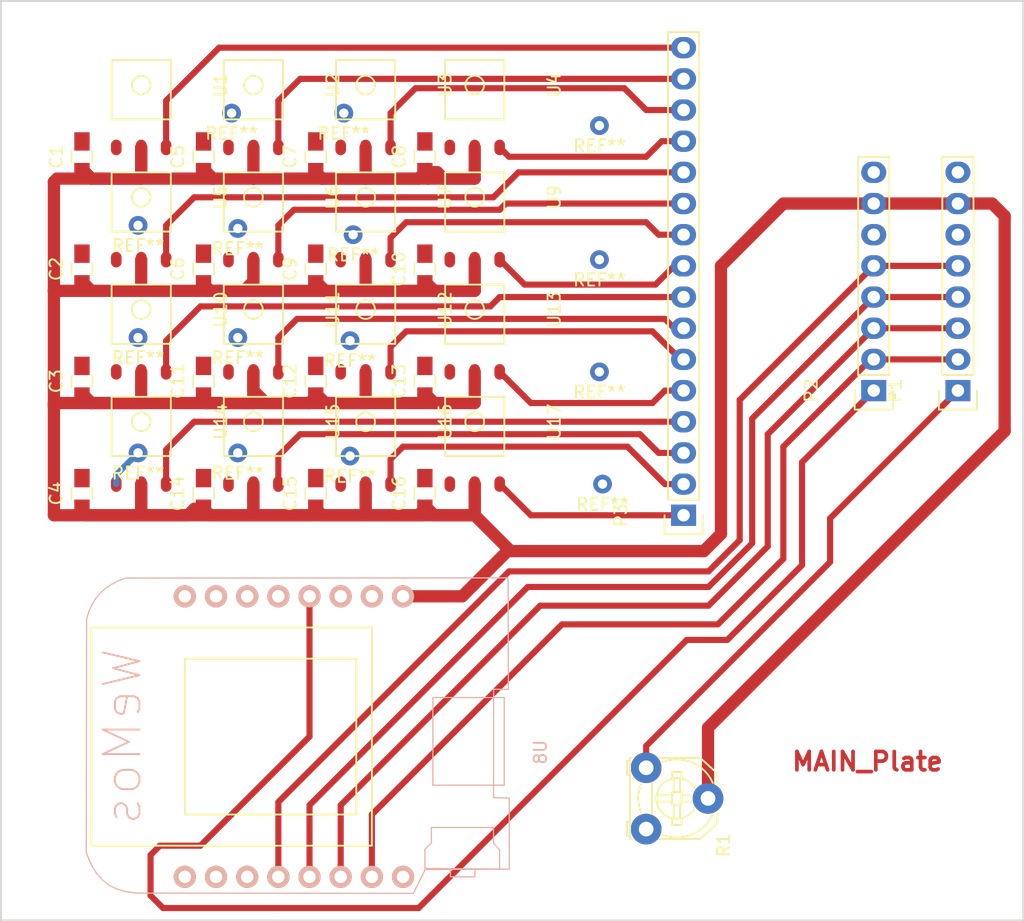
<source format=kicad_pcb>
(kicad_pcb (version 4) (host pcbnew 4.0.6-e0-6349~52~ubuntu16.10.1)

  (general
    (links 112)
    (no_connects 51)
    (area 31.928999 48.438999 115.391001 123.519001)
    (thickness 1.6)
    (drawings 19)
    (tracks 270)
    (zones 0)
    (modules 52)
    (nets 34)
  )

  (page A4)
  (layers
    (0 F.Cu signal)
    (31 B.Cu signal)
    (32 B.Adhes user)
    (33 F.Adhes user)
    (34 B.Paste user)
    (35 F.Paste user)
    (36 B.SilkS user)
    (37 F.SilkS user)
    (38 B.Mask user)
    (39 F.Mask user)
    (40 Dwgs.User user)
    (41 Cmts.User user)
    (42 Eco1.User user)
    (43 Eco2.User user)
    (44 Edge.Cuts user)
    (45 Margin user)
    (46 B.CrtYd user)
    (47 F.CrtYd user)
    (48 B.Fab user)
    (49 F.Fab user)
  )

  (setup
    (last_trace_width 0.5)
    (trace_clearance 0.2)
    (zone_clearance 0.508)
    (zone_45_only yes)
    (trace_min 0.2)
    (segment_width 0.2)
    (edge_width 0.15)
    (via_size 0.6)
    (via_drill 0.4)
    (via_min_size 0.4)
    (via_min_drill 0.3)
    (uvia_size 0.3)
    (uvia_drill 0.1)
    (uvias_allowed no)
    (uvia_min_size 0.2)
    (uvia_min_drill 0.1)
    (pcb_text_width 0.3)
    (pcb_text_size 1.5 1.5)
    (mod_edge_width 0.15)
    (mod_text_size 1 1)
    (mod_text_width 0.15)
    (pad_size 1.524 1.524)
    (pad_drill 0.762)
    (pad_to_mask_clearance 0.2)
    (aux_axis_origin 0 0)
    (visible_elements FFFFFF7F)
    (pcbplotparams
      (layerselection 0x00030_80000001)
      (usegerberextensions false)
      (excludeedgelayer true)
      (linewidth 0.100000)
      (plotframeref false)
      (viasonmask false)
      (mode 1)
      (useauxorigin false)
      (hpglpennumber 1)
      (hpglpenspeed 20)
      (hpglpendiameter 15)
      (hpglpenoverlay 2)
      (psnegative false)
      (psa4output false)
      (plotreference true)
      (plotvalue true)
      (plotinvisibletext false)
      (padsonsilk false)
      (subtractmaskfromsilk false)
      (outputformat 4)
      (mirror false)
      (drillshape 0)
      (scaleselection 1)
      (outputdirectory plots))
  )

  (net 0 "")
  (net 1 "Net-(P1-Pad1)")
  (net 2 "Net-(P1-Pad2)")
  (net 3 "Net-(P1-Pad3)")
  (net 4 "Net-(P1-Pad4)")
  (net 5 "Net-(P1-Pad5)")
  (net 6 GND)
  (net 7 +5V)
  (net 8 "Net-(P2-Pad1)")
  (net 9 "Net-(P3-Pad1)")
  (net 10 "Net-(P3-Pad2)")
  (net 11 "Net-(P3-Pad3)")
  (net 12 "Net-(P3-Pad4)")
  (net 13 "Net-(P3-Pad5)")
  (net 14 "Net-(P3-Pad6)")
  (net 15 "Net-(P3-Pad7)")
  (net 16 "Net-(P3-Pad8)")
  (net 17 "Net-(P3-Pad9)")
  (net 18 "Net-(P3-Pad10)")
  (net 19 "Net-(P3-Pad11)")
  (net 20 "Net-(P3-Pad12)")
  (net 21 "Net-(P3-Pad13)")
  (net 22 "Net-(P3-Pad14)")
  (net 23 "Net-(P3-Pad15)")
  (net 24 "Net-(P3-Pad16)")
  (net 25 "Net-(U8-Pad8)")
  (net 26 "Net-(U8-Pad7)")
  (net 27 "Net-(U8-Pad6)")
  (net 28 "Net-(U8-Pad5)")
  (net 29 "Net-(U8-Pad3)")
  (net 30 "Net-(U8-Pad16)")
  (net 31 "Net-(U8-Pad11)")
  (net 32 "Net-(U8-Pad10)")
  (net 33 "Net-(U8-Pad9)")

  (net_class Default "This is the default net class."
    (clearance 0.2)
    (trace_width 0.5)
    (via_dia 0.6)
    (via_drill 0.4)
    (uvia_dia 0.3)
    (uvia_drill 0.1)
    (add_net GND)
    (add_net "Net-(P1-Pad1)")
    (add_net "Net-(P1-Pad2)")
    (add_net "Net-(P1-Pad3)")
    (add_net "Net-(P1-Pad4)")
    (add_net "Net-(P1-Pad5)")
    (add_net "Net-(P2-Pad1)")
    (add_net "Net-(P3-Pad1)")
    (add_net "Net-(P3-Pad10)")
    (add_net "Net-(P3-Pad11)")
    (add_net "Net-(P3-Pad12)")
    (add_net "Net-(P3-Pad13)")
    (add_net "Net-(P3-Pad14)")
    (add_net "Net-(P3-Pad15)")
    (add_net "Net-(P3-Pad16)")
    (add_net "Net-(P3-Pad2)")
    (add_net "Net-(P3-Pad3)")
    (add_net "Net-(P3-Pad4)")
    (add_net "Net-(P3-Pad5)")
    (add_net "Net-(P3-Pad6)")
    (add_net "Net-(P3-Pad7)")
    (add_net "Net-(P3-Pad8)")
    (add_net "Net-(P3-Pad9)")
    (add_net "Net-(U8-Pad10)")
    (add_net "Net-(U8-Pad11)")
    (add_net "Net-(U8-Pad16)")
    (add_net "Net-(U8-Pad3)")
    (add_net "Net-(U8-Pad5)")
    (add_net "Net-(U8-Pad6)")
    (add_net "Net-(U8-Pad7)")
    (add_net "Net-(U8-Pad8)")
    (add_net "Net-(U8-Pad9)")
  )

  (net_class +5V ""
    (clearance 0.3)
    (trace_width 1)
    (via_dia 0.6)
    (via_drill 0.4)
    (uvia_dia 0.3)
    (uvia_drill 0.1)
    (add_net +5V)
  )

  (module tsl235:Via (layer F.Cu) (tedit 58892F91) (tstamp 588A6585)
    (at 50.8 57.658)
    (fp_text reference REF** (at 0 1.651) (layer F.SilkS)
      (effects (font (size 1 1) (thickness 0.15)))
    )
    (fp_text value Via (at 0 -2.032) (layer F.Fab)
      (effects (font (size 1 1) (thickness 0.15)))
    )
    (pad 1 thru_hole circle (at 0 0) (size 1.524 1.524) (drill 0.762) (layers *.Cu)
      (net 6 GND) (zone_connect 2))
  )

  (module tsl235:Via (layer F.Cu) (tedit 58892F91) (tstamp 588A657A)
    (at 59.944 57.658)
    (fp_text reference REF** (at 0 1.651) (layer F.SilkS)
      (effects (font (size 1 1) (thickness 0.15)))
    )
    (fp_text value Via (at 0 -2.032) (layer F.Fab)
      (effects (font (size 1 1) (thickness 0.15)))
    )
    (pad 1 thru_hole circle (at 0 0) (size 1.524 1.524) (drill 0.762) (layers *.Cu)
      (net 6 GND) (zone_connect 2))
  )

  (module tsl235:Via (layer F.Cu) (tedit 58893D05) (tstamp 588A64F3)
    (at 60.452 85.598)
    (fp_text reference REF** (at 0 1.651) (layer F.SilkS)
      (effects (font (size 1 1) (thickness 0.15)))
    )
    (fp_text value Via (at 0 -2.032) (layer F.Fab)
      (effects (font (size 1 1) (thickness 0.15)))
    )
    (pad 1 thru_hole circle (at 0 0) (size 1.524 1.524) (drill 0.762) (layers *.Cu)
      (net 6 GND) (zone_connect 2))
  )

  (module tsl235:Via (layer F.Cu) (tedit 58893D05) (tstamp 588A64E8)
    (at 51.308 75.946)
    (fp_text reference REF** (at 0 1.651) (layer F.SilkS)
      (effects (font (size 1 1) (thickness 0.15)))
    )
    (fp_text value Via (at 0 -2.032) (layer F.Fab)
      (effects (font (size 1 1) (thickness 0.15)))
    )
    (pad 1 thru_hole circle (at 0 0) (size 1.524 1.524) (drill 0.762) (layers *.Cu)
      (net 6 GND) (zone_connect 2))
  )

  (module tsl235:Via (layer F.Cu) (tedit 58893D05) (tstamp 588A64D3)
    (at 60.452 76.2)
    (fp_text reference REF** (at 0 1.651) (layer F.SilkS)
      (effects (font (size 1 1) (thickness 0.15)))
    )
    (fp_text value Via (at 0 -2.032) (layer F.Fab)
      (effects (font (size 1 1) (thickness 0.15)))
    )
    (pad 1 thru_hole circle (at 0 0) (size 1.524 1.524) (drill 0.762) (layers *.Cu)
      (net 6 GND) (zone_connect 2))
  )

  (module tsl235:Via (layer F.Cu) (tedit 58893D05) (tstamp 588A6498)
    (at 60.706 67.564)
    (fp_text reference REF** (at 0 1.651) (layer F.SilkS)
      (effects (font (size 1 1) (thickness 0.15)))
    )
    (fp_text value Via (at 0 -2.032) (layer F.Fab)
      (effects (font (size 1 1) (thickness 0.15)))
    )
    (pad 1 thru_hole circle (at 0 0) (size 1.524 1.524) (drill 0.762) (layers *.Cu)
      (net 6 GND) (zone_connect 2))
  )

  (module wemos_d1_mini:D1_mini_board (layer B.Cu) (tedit 5766F65E) (tstamp 5887C551)
    (at 57.15 108.458 270)
    (path /58879156)
    (fp_text reference U8 (at 1.27 -18.81 270) (layer B.SilkS)
      (effects (font (size 1 1) (thickness 0.15)) (justify mirror))
    )
    (fp_text value WeMos_mini (at 1.27 19.05 270) (layer B.Fab)
      (effects (font (size 1 1) (thickness 0.15)) (justify mirror))
    )
    (fp_text user WeMos (at 0 15.24 270) (layer B.SilkS)
      (effects (font (size 3 3) (thickness 0.15)) (justify mirror))
    )
    (fp_line (start -6.35 -3.81) (end -6.35 10.16) (layer F.SilkS) (width 0.15))
    (fp_line (start -6.35 10.16) (end 6.35 10.16) (layer F.SilkS) (width 0.15))
    (fp_line (start 6.35 10.16) (end 6.35 -3.81) (layer F.SilkS) (width 0.15))
    (fp_line (start 6.35 -3.81) (end -6.35 -3.81) (layer F.SilkS) (width 0.15))
    (fp_line (start -8.89 -5.08) (end 8.89 -5.08) (layer F.SilkS) (width 0.15))
    (fp_line (start 8.89 -5.08) (end 8.89 17.78) (layer F.SilkS) (width 0.15))
    (fp_line (start 8.89 17.78) (end -8.89 17.78) (layer F.SilkS) (width 0.15))
    (fp_line (start -8.89 17.78) (end -8.89 -5.08) (layer F.SilkS) (width 0.15))
    (fp_line (start 10.817472 -16.277228) (end 5.00618 -16.277228) (layer B.SilkS) (width 0.1))
    (fp_line (start 5.00618 -16.277228) (end 4.979849 -14.993795) (layer B.SilkS) (width 0.1))
    (fp_line (start 4.979849 -14.993795) (end -3.851373 -15.000483) (layer B.SilkS) (width 0.1))
    (fp_line (start -3.851373 -15.000483) (end -3.849397 -16.202736) (layer B.SilkS) (width 0.1))
    (fp_line (start -3.849397 -16.202736) (end -12.930193 -16.176658) (layer B.SilkS) (width 0.1))
    (fp_line (start -12.930193 -16.176658) (end -12.916195 14.993493) (layer B.SilkS) (width 0.1))
    (fp_line (start -12.916195 14.993493) (end -12.683384 15.596286) (layer B.SilkS) (width 0.1))
    (fp_line (start -12.683384 15.596286) (end -12.399901 16.141167) (layer B.SilkS) (width 0.1))
    (fp_line (start -12.399901 16.141167) (end -12.065253 16.627577) (layer B.SilkS) (width 0.1))
    (fp_line (start -12.065253 16.627577) (end -11.678953 17.054952) (layer B.SilkS) (width 0.1))
    (fp_line (start -11.678953 17.054952) (end -11.240512 17.422741) (layer B.SilkS) (width 0.1))
    (fp_line (start -11.240512 17.422741) (end -10.74944 17.730377) (layer B.SilkS) (width 0.1))
    (fp_line (start -10.74944 17.730377) (end -10.20525 17.97731) (layer B.SilkS) (width 0.1))
    (fp_line (start -10.20525 17.97731) (end -9.607453 18.162976) (layer B.SilkS) (width 0.1))
    (fp_line (start -9.607453 18.162976) (end 9.43046 18.191734) (layer B.SilkS) (width 0.1))
    (fp_line (start 9.43046 18.191734) (end 10.049824 17.957741) (layer B.SilkS) (width 0.1))
    (fp_line (start 10.049824 17.957741) (end 10.638018 17.673258) (layer B.SilkS) (width 0.1))
    (fp_line (start 10.638018 17.673258) (end 11.181445 17.323743) (layer B.SilkS) (width 0.1))
    (fp_line (start 11.181445 17.323743) (end 11.666503 16.894658) (layer B.SilkS) (width 0.1))
    (fp_line (start 11.666503 16.894658) (end 12.079595 16.37146) (layer B.SilkS) (width 0.1))
    (fp_line (start 12.079595 16.37146) (end 12.407122 15.739613) (layer B.SilkS) (width 0.1))
    (fp_line (start 12.407122 15.739613) (end 12.635482 14.984575) (layer B.SilkS) (width 0.1))
    (fp_line (start 12.635482 14.984575) (end 12.751078 14.091807) (layer B.SilkS) (width 0.1))
    (fp_line (start 12.751078 14.091807) (end 12.776026 -8.463285) (layer B.SilkS) (width 0.1))
    (fp_line (start 12.776026 -8.463285) (end 10.83248 -9.424181) (layer B.SilkS) (width 0.1))
    (fp_line (start 10.83248 -9.424181) (end 10.802686 -16.232524) (layer B.SilkS) (width 0.1))
    (fp_line (start -3.17965 -10.051451) (end 3.959931 -10.051451) (layer B.SilkS) (width 0.1))
    (fp_line (start 3.959931 -10.051451) (end 3.959931 -15.865188) (layer B.SilkS) (width 0.1))
    (fp_line (start 3.959931 -15.865188) (end -3.17965 -15.865188) (layer B.SilkS) (width 0.1))
    (fp_line (start -3.17965 -15.865188) (end -3.17965 -10.051451) (layer B.SilkS) (width 0.1))
    (fp_line (start 10.7436 -9.402349) (end 9.191378 -9.402349) (layer B.SilkS) (width 0.1))
    (fp_line (start 9.191378 -9.402349) (end 8.662211 -9.931515) (layer B.SilkS) (width 0.1))
    (fp_line (start 8.662211 -9.931515) (end 7.40985 -9.931515) (layer B.SilkS) (width 0.1))
    (fp_line (start 7.40985 -9.931515) (end 7.40985 -14.993876) (layer B.SilkS) (width 0.1))
    (fp_line (start 7.40985 -14.993876) (end 8.697489 -14.993876) (layer B.SilkS) (width 0.1))
    (fp_line (start 8.697489 -14.993876) (end 9.226656 -15.487765) (layer B.SilkS) (width 0.1))
    (fp_line (start 9.226656 -15.487765) (end 10.796517 -15.487765) (layer B.SilkS) (width 0.1))
    (fp_line (start 10.796517 -15.487765) (end 10.7436 -9.402349) (layer B.SilkS) (width 0.1))
    (fp_line (start 10.778878 -11.483738) (end 11.431517 -11.483738) (layer B.SilkS) (width 0.1))
    (fp_line (start 11.431517 -11.483738) (end 11.431517 -13.476932) (layer B.SilkS) (width 0.1))
    (fp_line (start 11.431517 -13.476932) (end 10.814156 -13.476932) (layer B.SilkS) (width 0.1))
    (pad 8 thru_hole circle (at -11.43 10.16 270) (size 1.8 1.8) (drill 1.016) (layers *.Cu *.Mask B.SilkS)
      (net 25 "Net-(U8-Pad8)"))
    (pad 7 thru_hole circle (at -11.43 7.62 270) (size 1.8 1.8) (drill 1.016) (layers *.Cu *.Mask B.SilkS)
      (net 26 "Net-(U8-Pad7)"))
    (pad 6 thru_hole circle (at -11.43 5.08 270) (size 1.8 1.8) (drill 1.016) (layers *.Cu *.Mask B.SilkS)
      (net 27 "Net-(U8-Pad6)"))
    (pad 5 thru_hole circle (at -11.43 2.54 270) (size 1.8 1.8) (drill 1.016) (layers *.Cu *.Mask B.SilkS)
      (net 28 "Net-(U8-Pad5)"))
    (pad 4 thru_hole circle (at -11.43 0 270) (size 1.8 1.8) (drill 1.016) (layers *.Cu *.Mask B.SilkS)
      (net 8 "Net-(P2-Pad1)"))
    (pad 3 thru_hole circle (at -11.43 -2.54 270) (size 1.8 1.8) (drill 1.016) (layers *.Cu *.Mask B.SilkS)
      (net 29 "Net-(U8-Pad3)"))
    (pad 2 thru_hole circle (at -11.43 -5.08 270) (size 1.8 1.8) (drill 1.016) (layers *.Cu *.Mask B.SilkS)
      (net 6 GND))
    (pad 1 thru_hole circle (at -11.43 -7.62 270) (size 1.8 1.8) (drill 1.016) (layers *.Cu *.Mask B.SilkS)
      (net 7 +5V))
    (pad 16 thru_hole circle (at 11.43 -7.62 270) (size 1.8 1.8) (drill 1.016) (layers *.Cu *.Mask B.SilkS)
      (net 30 "Net-(U8-Pad16)"))
    (pad 15 thru_hole circle (at 11.43 -5.08 270) (size 1.8 1.8) (drill 1.016) (layers *.Cu *.Mask B.SilkS)
      (net 2 "Net-(P1-Pad2)"))
    (pad 14 thru_hole circle (at 11.43 -2.54 270) (size 1.8 1.8) (drill 1.016) (layers *.Cu *.Mask B.SilkS)
      (net 3 "Net-(P1-Pad3)"))
    (pad 13 thru_hole circle (at 11.43 0 270) (size 1.8 1.8) (drill 1.016) (layers *.Cu *.Mask B.SilkS)
      (net 4 "Net-(P1-Pad4)"))
    (pad 12 thru_hole circle (at 11.43 2.54 270) (size 1.8 1.8) (drill 1.016) (layers *.Cu *.Mask B.SilkS)
      (net 5 "Net-(P1-Pad5)"))
    (pad 11 thru_hole circle (at 11.43 5.08 270) (size 1.8 1.8) (drill 1.016) (layers *.Cu *.Mask B.SilkS)
      (net 31 "Net-(U8-Pad11)"))
    (pad 10 thru_hole circle (at 11.43 7.62 270) (size 1.8 1.8) (drill 1.016) (layers *.Cu *.Mask B.SilkS)
      (net 32 "Net-(U8-Pad10)"))
    (pad 9 thru_hole circle (at 11.43 10.16 270) (size 1.8 1.8) (drill 1.016) (layers *.Cu *.Mask B.SilkS)
      (net 33 "Net-(U8-Pad9)"))
  )

  (module Socket_Strips:Socket_Strip_Straight_1x08 (layer F.Cu) (tedit 0) (tstamp 5887C4E4)
    (at 109.982 80.264 90)
    (descr "Through hole socket strip")
    (tags "socket strip")
    (path /5887ACC0)
    (fp_text reference P1 (at 0 -5.1 90) (layer F.SilkS)
      (effects (font (size 1 1) (thickness 0.15)))
    )
    (fp_text value CONN_01X08 (at 0 -3.1 90) (layer F.Fab)
      (effects (font (size 1 1) (thickness 0.15)))
    )
    (fp_line (start -1.75 -1.75) (end -1.75 1.75) (layer F.CrtYd) (width 0.05))
    (fp_line (start 19.55 -1.75) (end 19.55 1.75) (layer F.CrtYd) (width 0.05))
    (fp_line (start -1.75 -1.75) (end 19.55 -1.75) (layer F.CrtYd) (width 0.05))
    (fp_line (start -1.75 1.75) (end 19.55 1.75) (layer F.CrtYd) (width 0.05))
    (fp_line (start 1.27 1.27) (end 19.05 1.27) (layer F.SilkS) (width 0.15))
    (fp_line (start 19.05 1.27) (end 19.05 -1.27) (layer F.SilkS) (width 0.15))
    (fp_line (start 19.05 -1.27) (end 1.27 -1.27) (layer F.SilkS) (width 0.15))
    (fp_line (start -1.55 1.55) (end 0 1.55) (layer F.SilkS) (width 0.15))
    (fp_line (start 1.27 1.27) (end 1.27 -1.27) (layer F.SilkS) (width 0.15))
    (fp_line (start 0 -1.55) (end -1.55 -1.55) (layer F.SilkS) (width 0.15))
    (fp_line (start -1.55 -1.55) (end -1.55 1.55) (layer F.SilkS) (width 0.15))
    (pad 1 thru_hole rect (at 0 0 90) (size 1.7272 2.032) (drill 1.016) (layers *.Cu *.Mask)
      (net 1 "Net-(P1-Pad1)"))
    (pad 2 thru_hole oval (at 2.54 0 90) (size 1.7272 2.032) (drill 1.016) (layers *.Cu *.Mask)
      (net 2 "Net-(P1-Pad2)"))
    (pad 3 thru_hole oval (at 5.08 0 90) (size 1.7272 2.032) (drill 1.016) (layers *.Cu *.Mask)
      (net 3 "Net-(P1-Pad3)"))
    (pad 4 thru_hole oval (at 7.62 0 90) (size 1.7272 2.032) (drill 1.016) (layers *.Cu *.Mask)
      (net 4 "Net-(P1-Pad4)"))
    (pad 5 thru_hole oval (at 10.16 0 90) (size 1.7272 2.032) (drill 1.016) (layers *.Cu *.Mask)
      (net 5 "Net-(P1-Pad5)"))
    (pad 6 thru_hole oval (at 12.7 0 90) (size 1.7272 2.032) (drill 1.016) (layers *.Cu *.Mask)
      (net 6 GND))
    (pad 7 thru_hole oval (at 15.24 0 90) (size 1.7272 2.032) (drill 1.016) (layers *.Cu *.Mask)
      (net 7 +5V))
    (pad 8 thru_hole oval (at 17.78 0 90) (size 1.7272 2.032) (drill 1.016) (layers *.Cu *.Mask)
      (net 6 GND))
    (model Socket_Strips.3dshapes/Socket_Strip_Straight_1x08.wrl
      (at (xyz 0.35 0 0))
      (scale (xyz 1 1 1))
      (rotate (xyz 0 0 180))
    )
  )

  (module Socket_Strips:Socket_Strip_Straight_1x08 (layer F.Cu) (tedit 0) (tstamp 5887C4F0)
    (at 103.124 80.264 90)
    (descr "Through hole socket strip")
    (tags "socket strip")
    (path /5887AC55)
    (fp_text reference P2 (at 0 -5.1 90) (layer F.SilkS)
      (effects (font (size 1 1) (thickness 0.15)))
    )
    (fp_text value CONN_01X08 (at 0 -3.1 90) (layer F.Fab)
      (effects (font (size 1 1) (thickness 0.15)))
    )
    (fp_line (start -1.75 -1.75) (end -1.75 1.75) (layer F.CrtYd) (width 0.05))
    (fp_line (start 19.55 -1.75) (end 19.55 1.75) (layer F.CrtYd) (width 0.05))
    (fp_line (start -1.75 -1.75) (end 19.55 -1.75) (layer F.CrtYd) (width 0.05))
    (fp_line (start -1.75 1.75) (end 19.55 1.75) (layer F.CrtYd) (width 0.05))
    (fp_line (start 1.27 1.27) (end 19.05 1.27) (layer F.SilkS) (width 0.15))
    (fp_line (start 19.05 1.27) (end 19.05 -1.27) (layer F.SilkS) (width 0.15))
    (fp_line (start 19.05 -1.27) (end 1.27 -1.27) (layer F.SilkS) (width 0.15))
    (fp_line (start -1.55 1.55) (end 0 1.55) (layer F.SilkS) (width 0.15))
    (fp_line (start 1.27 1.27) (end 1.27 -1.27) (layer F.SilkS) (width 0.15))
    (fp_line (start 0 -1.55) (end -1.55 -1.55) (layer F.SilkS) (width 0.15))
    (fp_line (start -1.55 -1.55) (end -1.55 1.55) (layer F.SilkS) (width 0.15))
    (pad 1 thru_hole rect (at 0 0 90) (size 1.7272 2.032) (drill 1.016) (layers *.Cu *.Mask)
      (net 8 "Net-(P2-Pad1)"))
    (pad 2 thru_hole oval (at 2.54 0 90) (size 1.7272 2.032) (drill 1.016) (layers *.Cu *.Mask)
      (net 2 "Net-(P1-Pad2)"))
    (pad 3 thru_hole oval (at 5.08 0 90) (size 1.7272 2.032) (drill 1.016) (layers *.Cu *.Mask)
      (net 3 "Net-(P1-Pad3)"))
    (pad 4 thru_hole oval (at 7.62 0 90) (size 1.7272 2.032) (drill 1.016) (layers *.Cu *.Mask)
      (net 4 "Net-(P1-Pad4)"))
    (pad 5 thru_hole oval (at 10.16 0 90) (size 1.7272 2.032) (drill 1.016) (layers *.Cu *.Mask)
      (net 5 "Net-(P1-Pad5)"))
    (pad 6 thru_hole oval (at 12.7 0 90) (size 1.7272 2.032) (drill 1.016) (layers *.Cu *.Mask)
      (net 6 GND))
    (pad 7 thru_hole oval (at 15.24 0 90) (size 1.7272 2.032) (drill 1.016) (layers *.Cu *.Mask)
      (net 7 +5V))
    (pad 8 thru_hole oval (at 17.78 0 90) (size 1.7272 2.032) (drill 1.016) (layers *.Cu *.Mask)
      (net 6 GND))
    (model Socket_Strips.3dshapes/Socket_Strip_Straight_1x08.wrl
      (at (xyz 0.35 0 0))
      (scale (xyz 1 1 1))
      (rotate (xyz 0 0 180))
    )
  )

  (module Socket_Strips:Socket_Strip_Straight_1x16 (layer F.Cu) (tedit 0) (tstamp 5887C504)
    (at 87.63 90.424 90)
    (descr "Through hole socket strip")
    (tags "socket strip")
    (path /5887AB1C)
    (fp_text reference P3 (at 0 -5.1 90) (layer F.SilkS)
      (effects (font (size 1 1) (thickness 0.15)))
    )
    (fp_text value CONN_01X16 (at 0 -3.1 90) (layer F.Fab)
      (effects (font (size 1 1) (thickness 0.15)))
    )
    (fp_line (start -1.75 -1.75) (end -1.75 1.75) (layer F.CrtYd) (width 0.05))
    (fp_line (start 39.85 -1.75) (end 39.85 1.75) (layer F.CrtYd) (width 0.05))
    (fp_line (start -1.75 -1.75) (end 39.85 -1.75) (layer F.CrtYd) (width 0.05))
    (fp_line (start -1.75 1.75) (end 39.85 1.75) (layer F.CrtYd) (width 0.05))
    (fp_line (start 1.27 -1.27) (end 39.37 -1.27) (layer F.SilkS) (width 0.15))
    (fp_line (start 39.37 -1.27) (end 39.37 1.27) (layer F.SilkS) (width 0.15))
    (fp_line (start 39.37 1.27) (end 1.27 1.27) (layer F.SilkS) (width 0.15))
    (fp_line (start -1.55 1.55) (end 0 1.55) (layer F.SilkS) (width 0.15))
    (fp_line (start 1.27 1.27) (end 1.27 -1.27) (layer F.SilkS) (width 0.15))
    (fp_line (start 0 -1.55) (end -1.55 -1.55) (layer F.SilkS) (width 0.15))
    (fp_line (start -1.55 -1.55) (end -1.55 1.55) (layer F.SilkS) (width 0.15))
    (pad 1 thru_hole rect (at 0 0 90) (size 1.7272 2.032) (drill 1.016) (layers *.Cu *.Mask)
      (net 9 "Net-(P3-Pad1)"))
    (pad 2 thru_hole oval (at 2.54 0 90) (size 1.7272 2.032) (drill 1.016) (layers *.Cu *.Mask)
      (net 10 "Net-(P3-Pad2)"))
    (pad 3 thru_hole oval (at 5.08 0 90) (size 1.7272 2.032) (drill 1.016) (layers *.Cu *.Mask)
      (net 11 "Net-(P3-Pad3)"))
    (pad 4 thru_hole oval (at 7.62 0 90) (size 1.7272 2.032) (drill 1.016) (layers *.Cu *.Mask)
      (net 12 "Net-(P3-Pad4)"))
    (pad 5 thru_hole oval (at 10.16 0 90) (size 1.7272 2.032) (drill 1.016) (layers *.Cu *.Mask)
      (net 13 "Net-(P3-Pad5)"))
    (pad 6 thru_hole oval (at 12.7 0 90) (size 1.7272 2.032) (drill 1.016) (layers *.Cu *.Mask)
      (net 14 "Net-(P3-Pad6)"))
    (pad 7 thru_hole oval (at 15.24 0 90) (size 1.7272 2.032) (drill 1.016) (layers *.Cu *.Mask)
      (net 15 "Net-(P3-Pad7)"))
    (pad 8 thru_hole oval (at 17.78 0 90) (size 1.7272 2.032) (drill 1.016) (layers *.Cu *.Mask)
      (net 16 "Net-(P3-Pad8)"))
    (pad 9 thru_hole oval (at 20.32 0 90) (size 1.7272 2.032) (drill 1.016) (layers *.Cu *.Mask)
      (net 17 "Net-(P3-Pad9)"))
    (pad 10 thru_hole oval (at 22.86 0 90) (size 1.7272 2.032) (drill 1.016) (layers *.Cu *.Mask)
      (net 18 "Net-(P3-Pad10)"))
    (pad 11 thru_hole oval (at 25.4 0 90) (size 1.7272 2.032) (drill 1.016) (layers *.Cu *.Mask)
      (net 19 "Net-(P3-Pad11)"))
    (pad 12 thru_hole oval (at 27.94 0 90) (size 1.7272 2.032) (drill 1.016) (layers *.Cu *.Mask)
      (net 20 "Net-(P3-Pad12)"))
    (pad 13 thru_hole oval (at 30.48 0 90) (size 1.7272 2.032) (drill 1.016) (layers *.Cu *.Mask)
      (net 21 "Net-(P3-Pad13)"))
    (pad 14 thru_hole oval (at 33.02 0 90) (size 1.7272 2.032) (drill 1.016) (layers *.Cu *.Mask)
      (net 22 "Net-(P3-Pad14)"))
    (pad 15 thru_hole oval (at 35.56 0 90) (size 1.7272 2.032) (drill 1.016) (layers *.Cu *.Mask)
      (net 23 "Net-(P3-Pad15)"))
    (pad 16 thru_hole oval (at 38.1 0 90) (size 1.7272 2.032) (drill 1.016) (layers *.Cu *.Mask)
      (net 24 "Net-(P3-Pad16)"))
    (model Socket_Strips.3dshapes/Socket_Strip_Straight_1x16.wrl
      (at (xyz 0.75 0 0))
      (scale (xyz 1 1 1))
      (rotate (xyz 0 0 180))
    )
  )

  (module tsl235:TSL235 (layer F.Cu) (tedit 5887C09D) (tstamp 5887C513)
    (at 43.434 55.372 90)
    (path /58878E2E)
    (fp_text reference U1 (at 0 6.477 90) (layer F.SilkS)
      (effects (font (size 1 1) (thickness 0.15)))
    )
    (fp_text value TSL235 (at 0 -3.302 90) (layer F.Fab)
      (effects (font (size 1 1) (thickness 0.15)))
    )
    (fp_circle (center 0 0) (end 0.762 0) (layer F.SilkS) (width 0.15))
    (fp_line (start -0.381 -2.413) (end 2.032 -2.413) (layer F.SilkS) (width 0.15))
    (fp_line (start 2.032 -2.413) (end 2.032 2.413) (layer F.SilkS) (width 0.15))
    (fp_line (start 2.032 2.413) (end -2.794 2.413) (layer F.SilkS) (width 0.15))
    (fp_line (start -2.794 2.413) (end -2.794 -2.413) (layer F.SilkS) (width 0.15))
    (fp_line (start -2.794 -2.413) (end -0.381 -2.413) (layer F.SilkS) (width 0.15))
    (pad 2 smd oval (at -5.08 0 180) (size 0.8636 1.27) (layers F.Cu F.Paste F.Mask)
      (net 7 +5V))
    (pad 1 smd oval (at -5.08 -2.032 180) (size 0.8636 1.27) (layers F.Cu F.Paste F.Mask)
      (net 6 GND))
    (pad 3 smd oval (at -5.08 2.032 180) (size 0.8636 1.27) (layers F.Cu F.Paste F.Mask)
      (net 24 "Net-(P3-Pad16)"))
  )

  (module tsl235:TSL235 (layer F.Cu) (tedit 5887C09D) (tstamp 5887C51A)
    (at 52.578 55.372 90)
    (path /58878E59)
    (fp_text reference U2 (at 0 6.477 90) (layer F.SilkS)
      (effects (font (size 1 1) (thickness 0.15)))
    )
    (fp_text value TSL235 (at 0 -3.302 90) (layer F.Fab)
      (effects (font (size 1 1) (thickness 0.15)))
    )
    (fp_circle (center 0 0) (end 0.762 0) (layer F.SilkS) (width 0.15))
    (fp_line (start -0.381 -2.413) (end 2.032 -2.413) (layer F.SilkS) (width 0.15))
    (fp_line (start 2.032 -2.413) (end 2.032 2.413) (layer F.SilkS) (width 0.15))
    (fp_line (start 2.032 2.413) (end -2.794 2.413) (layer F.SilkS) (width 0.15))
    (fp_line (start -2.794 2.413) (end -2.794 -2.413) (layer F.SilkS) (width 0.15))
    (fp_line (start -2.794 -2.413) (end -0.381 -2.413) (layer F.SilkS) (width 0.15))
    (pad 2 smd oval (at -5.08 0 180) (size 0.8636 1.27) (layers F.Cu F.Paste F.Mask)
      (net 7 +5V))
    (pad 1 smd oval (at -5.08 -2.032 180) (size 0.8636 1.27) (layers F.Cu F.Paste F.Mask)
      (net 6 GND))
    (pad 3 smd oval (at -5.08 2.032 180) (size 0.8636 1.27) (layers F.Cu F.Paste F.Mask)
      (net 23 "Net-(P3-Pad15)"))
  )

  (module tsl235:TSL235 (layer F.Cu) (tedit 5887C09D) (tstamp 5887C521)
    (at 61.722 55.372 90)
    (path /58878F21)
    (fp_text reference U3 (at 0 6.477 90) (layer F.SilkS)
      (effects (font (size 1 1) (thickness 0.15)))
    )
    (fp_text value TSL235 (at 0 -3.302 90) (layer F.Fab)
      (effects (font (size 1 1) (thickness 0.15)))
    )
    (fp_circle (center 0 0) (end 0.762 0) (layer F.SilkS) (width 0.15))
    (fp_line (start -0.381 -2.413) (end 2.032 -2.413) (layer F.SilkS) (width 0.15))
    (fp_line (start 2.032 -2.413) (end 2.032 2.413) (layer F.SilkS) (width 0.15))
    (fp_line (start 2.032 2.413) (end -2.794 2.413) (layer F.SilkS) (width 0.15))
    (fp_line (start -2.794 2.413) (end -2.794 -2.413) (layer F.SilkS) (width 0.15))
    (fp_line (start -2.794 -2.413) (end -0.381 -2.413) (layer F.SilkS) (width 0.15))
    (pad 2 smd oval (at -5.08 0 180) (size 0.8636 1.27) (layers F.Cu F.Paste F.Mask)
      (net 7 +5V))
    (pad 1 smd oval (at -5.08 -2.032 180) (size 0.8636 1.27) (layers F.Cu F.Paste F.Mask)
      (net 6 GND))
    (pad 3 smd oval (at -5.08 2.032 180) (size 0.8636 1.27) (layers F.Cu F.Paste F.Mask)
      (net 22 "Net-(P3-Pad14)"))
  )

  (module tsl235:TSL235 (layer F.Cu) (tedit 5887C09D) (tstamp 5887C528)
    (at 70.612 55.372 90)
    (path /58878E86)
    (fp_text reference U4 (at 0 6.477 90) (layer F.SilkS)
      (effects (font (size 1 1) (thickness 0.15)))
    )
    (fp_text value TSL235 (at 0 -3.302 90) (layer F.Fab)
      (effects (font (size 1 1) (thickness 0.15)))
    )
    (fp_circle (center 0 0) (end 0.762 0) (layer F.SilkS) (width 0.15))
    (fp_line (start -0.381 -2.413) (end 2.032 -2.413) (layer F.SilkS) (width 0.15))
    (fp_line (start 2.032 -2.413) (end 2.032 2.413) (layer F.SilkS) (width 0.15))
    (fp_line (start 2.032 2.413) (end -2.794 2.413) (layer F.SilkS) (width 0.15))
    (fp_line (start -2.794 2.413) (end -2.794 -2.413) (layer F.SilkS) (width 0.15))
    (fp_line (start -2.794 -2.413) (end -0.381 -2.413) (layer F.SilkS) (width 0.15))
    (pad 2 smd oval (at -5.08 0 180) (size 0.8636 1.27) (layers F.Cu F.Paste F.Mask)
      (net 7 +5V))
    (pad 1 smd oval (at -5.08 -2.032 180) (size 0.8636 1.27) (layers F.Cu F.Paste F.Mask)
      (net 6 GND))
    (pad 3 smd oval (at -5.08 2.032 180) (size 0.8636 1.27) (layers F.Cu F.Paste F.Mask)
      (net 21 "Net-(P3-Pad13)"))
  )

  (module tsl235:TSL235 (layer F.Cu) (tedit 5887C09D) (tstamp 5887C52F)
    (at 43.434 64.516 90)
    (path /58878EEE)
    (fp_text reference U5 (at 0 6.477 90) (layer F.SilkS)
      (effects (font (size 1 1) (thickness 0.15)))
    )
    (fp_text value TSL235 (at 0 -3.302 90) (layer F.Fab)
      (effects (font (size 1 1) (thickness 0.15)))
    )
    (fp_circle (center 0 0) (end 0.762 0) (layer F.SilkS) (width 0.15))
    (fp_line (start -0.381 -2.413) (end 2.032 -2.413) (layer F.SilkS) (width 0.15))
    (fp_line (start 2.032 -2.413) (end 2.032 2.413) (layer F.SilkS) (width 0.15))
    (fp_line (start 2.032 2.413) (end -2.794 2.413) (layer F.SilkS) (width 0.15))
    (fp_line (start -2.794 2.413) (end -2.794 -2.413) (layer F.SilkS) (width 0.15))
    (fp_line (start -2.794 -2.413) (end -0.381 -2.413) (layer F.SilkS) (width 0.15))
    (pad 2 smd oval (at -5.08 0 180) (size 0.8636 1.27) (layers F.Cu F.Paste F.Mask)
      (net 7 +5V))
    (pad 1 smd oval (at -5.08 -2.032 180) (size 0.8636 1.27) (layers F.Cu F.Paste F.Mask)
      (net 6 GND))
    (pad 3 smd oval (at -5.08 2.032 180) (size 0.8636 1.27) (layers F.Cu F.Paste F.Mask)
      (net 20 "Net-(P3-Pad12)"))
  )

  (module tsl235:TSL235 (layer F.Cu) (tedit 5887C09D) (tstamp 5887C536)
    (at 52.578 64.516 90)
    (path /58878EB5)
    (fp_text reference U6 (at 0 6.477 90) (layer F.SilkS)
      (effects (font (size 1 1) (thickness 0.15)))
    )
    (fp_text value TSL235 (at 0 -3.302 90) (layer F.Fab)
      (effects (font (size 1 1) (thickness 0.15)))
    )
    (fp_circle (center 0 0) (end 0.762 0) (layer F.SilkS) (width 0.15))
    (fp_line (start -0.381 -2.413) (end 2.032 -2.413) (layer F.SilkS) (width 0.15))
    (fp_line (start 2.032 -2.413) (end 2.032 2.413) (layer F.SilkS) (width 0.15))
    (fp_line (start 2.032 2.413) (end -2.794 2.413) (layer F.SilkS) (width 0.15))
    (fp_line (start -2.794 2.413) (end -2.794 -2.413) (layer F.SilkS) (width 0.15))
    (fp_line (start -2.794 -2.413) (end -0.381 -2.413) (layer F.SilkS) (width 0.15))
    (pad 2 smd oval (at -5.08 0 180) (size 0.8636 1.27) (layers F.Cu F.Paste F.Mask)
      (net 7 +5V))
    (pad 1 smd oval (at -5.08 -2.032 180) (size 0.8636 1.27) (layers F.Cu F.Paste F.Mask)
      (net 6 GND))
    (pad 3 smd oval (at -5.08 2.032 180) (size 0.8636 1.27) (layers F.Cu F.Paste F.Mask)
      (net 19 "Net-(P3-Pad11)"))
  )

  (module tsl235:TSL235 (layer F.Cu) (tedit 5887C09D) (tstamp 5887C53D)
    (at 61.722 64.516 90)
    (path /58878C30)
    (fp_text reference U7 (at 0 6.477 90) (layer F.SilkS)
      (effects (font (size 1 1) (thickness 0.15)))
    )
    (fp_text value TSL235 (at 0 -3.302 90) (layer F.Fab)
      (effects (font (size 1 1) (thickness 0.15)))
    )
    (fp_circle (center 0 0) (end 0.762 0) (layer F.SilkS) (width 0.15))
    (fp_line (start -0.381 -2.413) (end 2.032 -2.413) (layer F.SilkS) (width 0.15))
    (fp_line (start 2.032 -2.413) (end 2.032 2.413) (layer F.SilkS) (width 0.15))
    (fp_line (start 2.032 2.413) (end -2.794 2.413) (layer F.SilkS) (width 0.15))
    (fp_line (start -2.794 2.413) (end -2.794 -2.413) (layer F.SilkS) (width 0.15))
    (fp_line (start -2.794 -2.413) (end -0.381 -2.413) (layer F.SilkS) (width 0.15))
    (pad 2 smd oval (at -5.08 0 180) (size 0.8636 1.27) (layers F.Cu F.Paste F.Mask)
      (net 7 +5V))
    (pad 1 smd oval (at -5.08 -2.032 180) (size 0.8636 1.27) (layers F.Cu F.Paste F.Mask)
      (net 6 GND))
    (pad 3 smd oval (at -5.08 2.032 180) (size 0.8636 1.27) (layers F.Cu F.Paste F.Mask)
      (net 18 "Net-(P3-Pad10)"))
  )

  (module tsl235:TSL235 (layer F.Cu) (tedit 5887C09D) (tstamp 5887C558)
    (at 70.612 64.516 90)
    (path /58878C9D)
    (fp_text reference U9 (at 0 6.477 90) (layer F.SilkS)
      (effects (font (size 1 1) (thickness 0.15)))
    )
    (fp_text value TSL235 (at 0 -3.302 90) (layer F.Fab)
      (effects (font (size 1 1) (thickness 0.15)))
    )
    (fp_circle (center 0 0) (end 0.762 0) (layer F.SilkS) (width 0.15))
    (fp_line (start -0.381 -2.413) (end 2.032 -2.413) (layer F.SilkS) (width 0.15))
    (fp_line (start 2.032 -2.413) (end 2.032 2.413) (layer F.SilkS) (width 0.15))
    (fp_line (start 2.032 2.413) (end -2.794 2.413) (layer F.SilkS) (width 0.15))
    (fp_line (start -2.794 2.413) (end -2.794 -2.413) (layer F.SilkS) (width 0.15))
    (fp_line (start -2.794 -2.413) (end -0.381 -2.413) (layer F.SilkS) (width 0.15))
    (pad 2 smd oval (at -5.08 0 180) (size 0.8636 1.27) (layers F.Cu F.Paste F.Mask)
      (net 7 +5V))
    (pad 1 smd oval (at -5.08 -2.032 180) (size 0.8636 1.27) (layers F.Cu F.Paste F.Mask)
      (net 6 GND))
    (pad 3 smd oval (at -5.08 2.032 180) (size 0.8636 1.27) (layers F.Cu F.Paste F.Mask)
      (net 17 "Net-(P3-Pad9)"))
  )

  (module tsl235:TSL235 (layer F.Cu) (tedit 5887C09D) (tstamp 5887C55F)
    (at 43.434 73.66 90)
    (path /58878CB8)
    (fp_text reference U10 (at 0 6.477 90) (layer F.SilkS)
      (effects (font (size 1 1) (thickness 0.15)))
    )
    (fp_text value TSL235 (at 0 -3.302 90) (layer F.Fab)
      (effects (font (size 1 1) (thickness 0.15)))
    )
    (fp_circle (center 0 0) (end 0.762 0) (layer F.SilkS) (width 0.15))
    (fp_line (start -0.381 -2.413) (end 2.032 -2.413) (layer F.SilkS) (width 0.15))
    (fp_line (start 2.032 -2.413) (end 2.032 2.413) (layer F.SilkS) (width 0.15))
    (fp_line (start 2.032 2.413) (end -2.794 2.413) (layer F.SilkS) (width 0.15))
    (fp_line (start -2.794 2.413) (end -2.794 -2.413) (layer F.SilkS) (width 0.15))
    (fp_line (start -2.794 -2.413) (end -0.381 -2.413) (layer F.SilkS) (width 0.15))
    (pad 2 smd oval (at -5.08 0 180) (size 0.8636 1.27) (layers F.Cu F.Paste F.Mask)
      (net 7 +5V))
    (pad 1 smd oval (at -5.08 -2.032 180) (size 0.8636 1.27) (layers F.Cu F.Paste F.Mask)
      (net 6 GND))
    (pad 3 smd oval (at -5.08 2.032 180) (size 0.8636 1.27) (layers F.Cu F.Paste F.Mask)
      (net 16 "Net-(P3-Pad8)"))
  )

  (module tsl235:TSL235 (layer F.Cu) (tedit 5887C09D) (tstamp 5887C566)
    (at 52.578 73.66 90)
    (path /58878CD7)
    (fp_text reference U11 (at 0 6.477 90) (layer F.SilkS)
      (effects (font (size 1 1) (thickness 0.15)))
    )
    (fp_text value TSL235 (at 0 -3.302 90) (layer F.Fab)
      (effects (font (size 1 1) (thickness 0.15)))
    )
    (fp_circle (center 0 0) (end 0.762 0) (layer F.SilkS) (width 0.15))
    (fp_line (start -0.381 -2.413) (end 2.032 -2.413) (layer F.SilkS) (width 0.15))
    (fp_line (start 2.032 -2.413) (end 2.032 2.413) (layer F.SilkS) (width 0.15))
    (fp_line (start 2.032 2.413) (end -2.794 2.413) (layer F.SilkS) (width 0.15))
    (fp_line (start -2.794 2.413) (end -2.794 -2.413) (layer F.SilkS) (width 0.15))
    (fp_line (start -2.794 -2.413) (end -0.381 -2.413) (layer F.SilkS) (width 0.15))
    (pad 2 smd oval (at -5.08 0 180) (size 0.8636 1.27) (layers F.Cu F.Paste F.Mask)
      (net 7 +5V))
    (pad 1 smd oval (at -5.08 -2.032 180) (size 0.8636 1.27) (layers F.Cu F.Paste F.Mask)
      (net 6 GND))
    (pad 3 smd oval (at -5.08 2.032 180) (size 0.8636 1.27) (layers F.Cu F.Paste F.Mask)
      (net 15 "Net-(P3-Pad7)"))
  )

  (module tsl235:TSL235 (layer F.Cu) (tedit 5887C09D) (tstamp 5887C56D)
    (at 61.722 73.66 90)
    (path /58878D04)
    (fp_text reference U12 (at 0 6.477 90) (layer F.SilkS)
      (effects (font (size 1 1) (thickness 0.15)))
    )
    (fp_text value TSL235 (at 0 -3.302 90) (layer F.Fab)
      (effects (font (size 1 1) (thickness 0.15)))
    )
    (fp_circle (center 0 0) (end 0.762 0) (layer F.SilkS) (width 0.15))
    (fp_line (start -0.381 -2.413) (end 2.032 -2.413) (layer F.SilkS) (width 0.15))
    (fp_line (start 2.032 -2.413) (end 2.032 2.413) (layer F.SilkS) (width 0.15))
    (fp_line (start 2.032 2.413) (end -2.794 2.413) (layer F.SilkS) (width 0.15))
    (fp_line (start -2.794 2.413) (end -2.794 -2.413) (layer F.SilkS) (width 0.15))
    (fp_line (start -2.794 -2.413) (end -0.381 -2.413) (layer F.SilkS) (width 0.15))
    (pad 2 smd oval (at -5.08 0 180) (size 0.8636 1.27) (layers F.Cu F.Paste F.Mask)
      (net 7 +5V))
    (pad 1 smd oval (at -5.08 -2.032 180) (size 0.8636 1.27) (layers F.Cu F.Paste F.Mask)
      (net 6 GND))
    (pad 3 smd oval (at -5.08 2.032 180) (size 0.8636 1.27) (layers F.Cu F.Paste F.Mask)
      (net 14 "Net-(P3-Pad6)"))
  )

  (module tsl235:TSL235 (layer F.Cu) (tedit 5887C09D) (tstamp 5887C574)
    (at 70.612 73.66 90)
    (path /58878D23)
    (fp_text reference U13 (at 0 6.477 90) (layer F.SilkS)
      (effects (font (size 1 1) (thickness 0.15)))
    )
    (fp_text value TSL235 (at 0 -3.302 90) (layer F.Fab)
      (effects (font (size 1 1) (thickness 0.15)))
    )
    (fp_circle (center 0 0) (end 0.762 0) (layer F.SilkS) (width 0.15))
    (fp_line (start -0.381 -2.413) (end 2.032 -2.413) (layer F.SilkS) (width 0.15))
    (fp_line (start 2.032 -2.413) (end 2.032 2.413) (layer F.SilkS) (width 0.15))
    (fp_line (start 2.032 2.413) (end -2.794 2.413) (layer F.SilkS) (width 0.15))
    (fp_line (start -2.794 2.413) (end -2.794 -2.413) (layer F.SilkS) (width 0.15))
    (fp_line (start -2.794 -2.413) (end -0.381 -2.413) (layer F.SilkS) (width 0.15))
    (pad 2 smd oval (at -5.08 0 180) (size 0.8636 1.27) (layers F.Cu F.Paste F.Mask)
      (net 7 +5V))
    (pad 1 smd oval (at -5.08 -2.032 180) (size 0.8636 1.27) (layers F.Cu F.Paste F.Mask)
      (net 6 GND))
    (pad 3 smd oval (at -5.08 2.032 180) (size 0.8636 1.27) (layers F.Cu F.Paste F.Mask)
      (net 13 "Net-(P3-Pad5)"))
  )

  (module tsl235:TSL235 (layer F.Cu) (tedit 5887C09D) (tstamp 5887C57B)
    (at 43.434 82.804 90)
    (path /58878D5C)
    (fp_text reference U14 (at 0 6.477 90) (layer F.SilkS)
      (effects (font (size 1 1) (thickness 0.15)))
    )
    (fp_text value TSL235 (at 0 -3.302 90) (layer F.Fab)
      (effects (font (size 1 1) (thickness 0.15)))
    )
    (fp_circle (center 0 0) (end 0.762 0) (layer F.SilkS) (width 0.15))
    (fp_line (start -0.381 -2.413) (end 2.032 -2.413) (layer F.SilkS) (width 0.15))
    (fp_line (start 2.032 -2.413) (end 2.032 2.413) (layer F.SilkS) (width 0.15))
    (fp_line (start 2.032 2.413) (end -2.794 2.413) (layer F.SilkS) (width 0.15))
    (fp_line (start -2.794 2.413) (end -2.794 -2.413) (layer F.SilkS) (width 0.15))
    (fp_line (start -2.794 -2.413) (end -0.381 -2.413) (layer F.SilkS) (width 0.15))
    (pad 2 smd oval (at -5.08 0 180) (size 0.8636 1.27) (layers F.Cu F.Paste F.Mask)
      (net 7 +5V))
    (pad 1 smd oval (at -5.08 -2.032 180) (size 0.8636 1.27) (layers F.Cu F.Paste F.Mask)
      (net 6 GND))
    (pad 3 smd oval (at -5.08 2.032 180) (size 0.8636 1.27) (layers F.Cu F.Paste F.Mask)
      (net 12 "Net-(P3-Pad4)"))
  )

  (module tsl235:TSL235 (layer F.Cu) (tedit 5887C09D) (tstamp 5887C582)
    (at 52.578 82.804 90)
    (path /58878D7F)
    (fp_text reference U15 (at 0 6.477 90) (layer F.SilkS)
      (effects (font (size 1 1) (thickness 0.15)))
    )
    (fp_text value TSL235 (at 0 -3.302 90) (layer F.Fab)
      (effects (font (size 1 1) (thickness 0.15)))
    )
    (fp_circle (center 0 0) (end 0.762 0) (layer F.SilkS) (width 0.15))
    (fp_line (start -0.381 -2.413) (end 2.032 -2.413) (layer F.SilkS) (width 0.15))
    (fp_line (start 2.032 -2.413) (end 2.032 2.413) (layer F.SilkS) (width 0.15))
    (fp_line (start 2.032 2.413) (end -2.794 2.413) (layer F.SilkS) (width 0.15))
    (fp_line (start -2.794 2.413) (end -2.794 -2.413) (layer F.SilkS) (width 0.15))
    (fp_line (start -2.794 -2.413) (end -0.381 -2.413) (layer F.SilkS) (width 0.15))
    (pad 2 smd oval (at -5.08 0 180) (size 0.8636 1.27) (layers F.Cu F.Paste F.Mask)
      (net 7 +5V))
    (pad 1 smd oval (at -5.08 -2.032 180) (size 0.8636 1.27) (layers F.Cu F.Paste F.Mask)
      (net 6 GND))
    (pad 3 smd oval (at -5.08 2.032 180) (size 0.8636 1.27) (layers F.Cu F.Paste F.Mask)
      (net 11 "Net-(P3-Pad3)"))
  )

  (module tsl235:TSL235 (layer F.Cu) (tedit 5887C09D) (tstamp 5887C589)
    (at 61.722 82.804 90)
    (path /58878DD0)
    (fp_text reference U16 (at 0 6.477 90) (layer F.SilkS)
      (effects (font (size 1 1) (thickness 0.15)))
    )
    (fp_text value TSL235 (at 0 -3.302 90) (layer F.Fab)
      (effects (font (size 1 1) (thickness 0.15)))
    )
    (fp_circle (center 0 0) (end 0.762 0) (layer F.SilkS) (width 0.15))
    (fp_line (start -0.381 -2.413) (end 2.032 -2.413) (layer F.SilkS) (width 0.15))
    (fp_line (start 2.032 -2.413) (end 2.032 2.413) (layer F.SilkS) (width 0.15))
    (fp_line (start 2.032 2.413) (end -2.794 2.413) (layer F.SilkS) (width 0.15))
    (fp_line (start -2.794 2.413) (end -2.794 -2.413) (layer F.SilkS) (width 0.15))
    (fp_line (start -2.794 -2.413) (end -0.381 -2.413) (layer F.SilkS) (width 0.15))
    (pad 2 smd oval (at -5.08 0 180) (size 0.8636 1.27) (layers F.Cu F.Paste F.Mask)
      (net 7 +5V))
    (pad 1 smd oval (at -5.08 -2.032 180) (size 0.8636 1.27) (layers F.Cu F.Paste F.Mask)
      (net 6 GND))
    (pad 3 smd oval (at -5.08 2.032 180) (size 0.8636 1.27) (layers F.Cu F.Paste F.Mask)
      (net 10 "Net-(P3-Pad2)"))
  )

  (module tsl235:TSL235 (layer F.Cu) (tedit 5887C09D) (tstamp 5887C590)
    (at 70.612 82.804 90)
    (path /58878DFF)
    (fp_text reference U17 (at 0 6.477 90) (layer F.SilkS)
      (effects (font (size 1 1) (thickness 0.15)))
    )
    (fp_text value TSL235 (at 0 -3.302 90) (layer F.Fab)
      (effects (font (size 1 1) (thickness 0.15)))
    )
    (fp_circle (center 0 0) (end 0.762 0) (layer F.SilkS) (width 0.15))
    (fp_line (start -0.381 -2.413) (end 2.032 -2.413) (layer F.SilkS) (width 0.15))
    (fp_line (start 2.032 -2.413) (end 2.032 2.413) (layer F.SilkS) (width 0.15))
    (fp_line (start 2.032 2.413) (end -2.794 2.413) (layer F.SilkS) (width 0.15))
    (fp_line (start -2.794 2.413) (end -2.794 -2.413) (layer F.SilkS) (width 0.15))
    (fp_line (start -2.794 -2.413) (end -0.381 -2.413) (layer F.SilkS) (width 0.15))
    (pad 2 smd oval (at -5.08 0 180) (size 0.8636 1.27) (layers F.Cu F.Paste F.Mask)
      (net 7 +5V))
    (pad 1 smd oval (at -5.08 -2.032 180) (size 0.8636 1.27) (layers F.Cu F.Paste F.Mask)
      (net 6 GND))
    (pad 3 smd oval (at -5.08 2.032 180) (size 0.8636 1.27) (layers F.Cu F.Paste F.Mask)
      (net 9 "Net-(P3-Pad1)"))
  )

  (module Capacitors_SMD:C_0805_HandSoldering (layer F.Cu) (tedit 541A9B8D) (tstamp 5888609D)
    (at 38.608 61.214 90)
    (descr "Capacitor SMD 0805, hand soldering")
    (tags "capacitor 0805")
    (path /58886DEE)
    (attr smd)
    (fp_text reference C1 (at 0 -2.1 90) (layer F.SilkS)
      (effects (font (size 1 1) (thickness 0.15)))
    )
    (fp_text value C (at 0 2.1 90) (layer F.Fab)
      (effects (font (size 1 1) (thickness 0.15)))
    )
    (fp_line (start -1 0.625) (end -1 -0.625) (layer F.Fab) (width 0.1))
    (fp_line (start 1 0.625) (end -1 0.625) (layer F.Fab) (width 0.1))
    (fp_line (start 1 -0.625) (end 1 0.625) (layer F.Fab) (width 0.1))
    (fp_line (start -1 -0.625) (end 1 -0.625) (layer F.Fab) (width 0.1))
    (fp_line (start -2.3 -1) (end 2.3 -1) (layer F.CrtYd) (width 0.05))
    (fp_line (start -2.3 1) (end 2.3 1) (layer F.CrtYd) (width 0.05))
    (fp_line (start -2.3 -1) (end -2.3 1) (layer F.CrtYd) (width 0.05))
    (fp_line (start 2.3 -1) (end 2.3 1) (layer F.CrtYd) (width 0.05))
    (fp_line (start 0.5 -0.85) (end -0.5 -0.85) (layer F.SilkS) (width 0.12))
    (fp_line (start -0.5 0.85) (end 0.5 0.85) (layer F.SilkS) (width 0.12))
    (pad 1 smd rect (at -1.25 0 90) (size 1.5 1.25) (layers F.Cu F.Paste F.Mask)
      (net 7 +5V))
    (pad 2 smd rect (at 1.25 0 90) (size 1.5 1.25) (layers F.Cu F.Paste F.Mask)
      (net 6 GND))
    (model Capacitors_SMD.3dshapes/C_0805_HandSoldering.wrl
      (at (xyz 0 0 0))
      (scale (xyz 1 1 1))
      (rotate (xyz 0 0 0))
    )
  )

  (module Capacitors_SMD:C_0805_HandSoldering (layer F.Cu) (tedit 541A9B8D) (tstamp 588860A3)
    (at 38.608 70.358 90)
    (descr "Capacitor SMD 0805, hand soldering")
    (tags "capacitor 0805")
    (path /588866CF)
    (attr smd)
    (fp_text reference C2 (at 0 -2.1 90) (layer F.SilkS)
      (effects (font (size 1 1) (thickness 0.15)))
    )
    (fp_text value C (at 0 2.1 90) (layer F.Fab)
      (effects (font (size 1 1) (thickness 0.15)))
    )
    (fp_line (start -1 0.625) (end -1 -0.625) (layer F.Fab) (width 0.1))
    (fp_line (start 1 0.625) (end -1 0.625) (layer F.Fab) (width 0.1))
    (fp_line (start 1 -0.625) (end 1 0.625) (layer F.Fab) (width 0.1))
    (fp_line (start -1 -0.625) (end 1 -0.625) (layer F.Fab) (width 0.1))
    (fp_line (start -2.3 -1) (end 2.3 -1) (layer F.CrtYd) (width 0.05))
    (fp_line (start -2.3 1) (end 2.3 1) (layer F.CrtYd) (width 0.05))
    (fp_line (start -2.3 -1) (end -2.3 1) (layer F.CrtYd) (width 0.05))
    (fp_line (start 2.3 -1) (end 2.3 1) (layer F.CrtYd) (width 0.05))
    (fp_line (start 0.5 -0.85) (end -0.5 -0.85) (layer F.SilkS) (width 0.12))
    (fp_line (start -0.5 0.85) (end 0.5 0.85) (layer F.SilkS) (width 0.12))
    (pad 1 smd rect (at -1.25 0 90) (size 1.5 1.25) (layers F.Cu F.Paste F.Mask)
      (net 7 +5V))
    (pad 2 smd rect (at 1.25 0 90) (size 1.5 1.25) (layers F.Cu F.Paste F.Mask)
      (net 6 GND))
    (model Capacitors_SMD.3dshapes/C_0805_HandSoldering.wrl
      (at (xyz 0 0 0))
      (scale (xyz 1 1 1))
      (rotate (xyz 0 0 0))
    )
  )

  (module Capacitors_SMD:C_0805_HandSoldering (layer F.Cu) (tedit 541A9B8D) (tstamp 588860A9)
    (at 38.608 79.502 90)
    (descr "Capacitor SMD 0805, hand soldering")
    (tags "capacitor 0805")
    (path /58886DCA)
    (attr smd)
    (fp_text reference C3 (at 0 -2.1 90) (layer F.SilkS)
      (effects (font (size 1 1) (thickness 0.15)))
    )
    (fp_text value C (at 0 2.1 90) (layer F.Fab)
      (effects (font (size 1 1) (thickness 0.15)))
    )
    (fp_line (start -1 0.625) (end -1 -0.625) (layer F.Fab) (width 0.1))
    (fp_line (start 1 0.625) (end -1 0.625) (layer F.Fab) (width 0.1))
    (fp_line (start 1 -0.625) (end 1 0.625) (layer F.Fab) (width 0.1))
    (fp_line (start -1 -0.625) (end 1 -0.625) (layer F.Fab) (width 0.1))
    (fp_line (start -2.3 -1) (end 2.3 -1) (layer F.CrtYd) (width 0.05))
    (fp_line (start -2.3 1) (end 2.3 1) (layer F.CrtYd) (width 0.05))
    (fp_line (start -2.3 -1) (end -2.3 1) (layer F.CrtYd) (width 0.05))
    (fp_line (start 2.3 -1) (end 2.3 1) (layer F.CrtYd) (width 0.05))
    (fp_line (start 0.5 -0.85) (end -0.5 -0.85) (layer F.SilkS) (width 0.12))
    (fp_line (start -0.5 0.85) (end 0.5 0.85) (layer F.SilkS) (width 0.12))
    (pad 1 smd rect (at -1.25 0 90) (size 1.5 1.25) (layers F.Cu F.Paste F.Mask)
      (net 7 +5V))
    (pad 2 smd rect (at 1.25 0 90) (size 1.5 1.25) (layers F.Cu F.Paste F.Mask)
      (net 6 GND))
    (model Capacitors_SMD.3dshapes/C_0805_HandSoldering.wrl
      (at (xyz 0 0 0))
      (scale (xyz 1 1 1))
      (rotate (xyz 0 0 0))
    )
  )

  (module Capacitors_SMD:C_0805_HandSoldering (layer F.Cu) (tedit 541A9B8D) (tstamp 588860AF)
    (at 38.608 88.646 90)
    (descr "Capacitor SMD 0805, hand soldering")
    (tags "capacitor 0805")
    (path /58886596)
    (attr smd)
    (fp_text reference C4 (at 0 -2.1 90) (layer F.SilkS)
      (effects (font (size 1 1) (thickness 0.15)))
    )
    (fp_text value C (at 0 2.1 90) (layer F.Fab)
      (effects (font (size 1 1) (thickness 0.15)))
    )
    (fp_line (start -1 0.625) (end -1 -0.625) (layer F.Fab) (width 0.1))
    (fp_line (start 1 0.625) (end -1 0.625) (layer F.Fab) (width 0.1))
    (fp_line (start 1 -0.625) (end 1 0.625) (layer F.Fab) (width 0.1))
    (fp_line (start -1 -0.625) (end 1 -0.625) (layer F.Fab) (width 0.1))
    (fp_line (start -2.3 -1) (end 2.3 -1) (layer F.CrtYd) (width 0.05))
    (fp_line (start -2.3 1) (end 2.3 1) (layer F.CrtYd) (width 0.05))
    (fp_line (start -2.3 -1) (end -2.3 1) (layer F.CrtYd) (width 0.05))
    (fp_line (start 2.3 -1) (end 2.3 1) (layer F.CrtYd) (width 0.05))
    (fp_line (start 0.5 -0.85) (end -0.5 -0.85) (layer F.SilkS) (width 0.12))
    (fp_line (start -0.5 0.85) (end 0.5 0.85) (layer F.SilkS) (width 0.12))
    (pad 1 smd rect (at -1.25 0 90) (size 1.5 1.25) (layers F.Cu F.Paste F.Mask)
      (net 7 +5V))
    (pad 2 smd rect (at 1.25 0 90) (size 1.5 1.25) (layers F.Cu F.Paste F.Mask)
      (net 6 GND))
    (model Capacitors_SMD.3dshapes/C_0805_HandSoldering.wrl
      (at (xyz 0 0 0))
      (scale (xyz 1 1 1))
      (rotate (xyz 0 0 0))
    )
  )

  (module Capacitors_SMD:C_0805_HandSoldering (layer F.Cu) (tedit 541A9B8D) (tstamp 588860B5)
    (at 48.514 61.214 90)
    (descr "Capacitor SMD 0805, hand soldering")
    (tags "capacitor 0805")
    (path /58886DDC)
    (attr smd)
    (fp_text reference C5 (at 0 -2.1 90) (layer F.SilkS)
      (effects (font (size 1 1) (thickness 0.15)))
    )
    (fp_text value C (at 0 2.1 90) (layer F.Fab)
      (effects (font (size 1 1) (thickness 0.15)))
    )
    (fp_line (start -1 0.625) (end -1 -0.625) (layer F.Fab) (width 0.1))
    (fp_line (start 1 0.625) (end -1 0.625) (layer F.Fab) (width 0.1))
    (fp_line (start 1 -0.625) (end 1 0.625) (layer F.Fab) (width 0.1))
    (fp_line (start -1 -0.625) (end 1 -0.625) (layer F.Fab) (width 0.1))
    (fp_line (start -2.3 -1) (end 2.3 -1) (layer F.CrtYd) (width 0.05))
    (fp_line (start -2.3 1) (end 2.3 1) (layer F.CrtYd) (width 0.05))
    (fp_line (start -2.3 -1) (end -2.3 1) (layer F.CrtYd) (width 0.05))
    (fp_line (start 2.3 -1) (end 2.3 1) (layer F.CrtYd) (width 0.05))
    (fp_line (start 0.5 -0.85) (end -0.5 -0.85) (layer F.SilkS) (width 0.12))
    (fp_line (start -0.5 0.85) (end 0.5 0.85) (layer F.SilkS) (width 0.12))
    (pad 1 smd rect (at -1.25 0 90) (size 1.5 1.25) (layers F.Cu F.Paste F.Mask)
      (net 7 +5V))
    (pad 2 smd rect (at 1.25 0 90) (size 1.5 1.25) (layers F.Cu F.Paste F.Mask)
      (net 6 GND))
    (model Capacitors_SMD.3dshapes/C_0805_HandSoldering.wrl
      (at (xyz 0 0 0))
      (scale (xyz 1 1 1))
      (rotate (xyz 0 0 0))
    )
  )

  (module Capacitors_SMD:C_0805_HandSoldering (layer F.Cu) (tedit 541A9B8D) (tstamp 588860BB)
    (at 48.514 70.358 90)
    (descr "Capacitor SMD 0805, hand soldering")
    (tags "capacitor 0805")
    (path /588866BD)
    (attr smd)
    (fp_text reference C6 (at 0 -2.1 90) (layer F.SilkS)
      (effects (font (size 1 1) (thickness 0.15)))
    )
    (fp_text value C (at 0 2.1 90) (layer F.Fab)
      (effects (font (size 1 1) (thickness 0.15)))
    )
    (fp_line (start -1 0.625) (end -1 -0.625) (layer F.Fab) (width 0.1))
    (fp_line (start 1 0.625) (end -1 0.625) (layer F.Fab) (width 0.1))
    (fp_line (start 1 -0.625) (end 1 0.625) (layer F.Fab) (width 0.1))
    (fp_line (start -1 -0.625) (end 1 -0.625) (layer F.Fab) (width 0.1))
    (fp_line (start -2.3 -1) (end 2.3 -1) (layer F.CrtYd) (width 0.05))
    (fp_line (start -2.3 1) (end 2.3 1) (layer F.CrtYd) (width 0.05))
    (fp_line (start -2.3 -1) (end -2.3 1) (layer F.CrtYd) (width 0.05))
    (fp_line (start 2.3 -1) (end 2.3 1) (layer F.CrtYd) (width 0.05))
    (fp_line (start 0.5 -0.85) (end -0.5 -0.85) (layer F.SilkS) (width 0.12))
    (fp_line (start -0.5 0.85) (end 0.5 0.85) (layer F.SilkS) (width 0.12))
    (pad 1 smd rect (at -1.25 0 90) (size 1.5 1.25) (layers F.Cu F.Paste F.Mask)
      (net 7 +5V))
    (pad 2 smd rect (at 1.25 0 90) (size 1.5 1.25) (layers F.Cu F.Paste F.Mask)
      (net 6 GND))
    (model Capacitors_SMD.3dshapes/C_0805_HandSoldering.wrl
      (at (xyz 0 0 0))
      (scale (xyz 1 1 1))
      (rotate (xyz 0 0 0))
    )
  )

  (module Capacitors_SMD:C_0805_HandSoldering (layer F.Cu) (tedit 541A9B8D) (tstamp 588860C1)
    (at 57.658 61.214 90)
    (descr "Capacitor SMD 0805, hand soldering")
    (tags "capacitor 0805")
    (path /58886DB8)
    (attr smd)
    (fp_text reference C7 (at 0 -2.1 90) (layer F.SilkS)
      (effects (font (size 1 1) (thickness 0.15)))
    )
    (fp_text value C (at 0 2.1 90) (layer F.Fab)
      (effects (font (size 1 1) (thickness 0.15)))
    )
    (fp_line (start -1 0.625) (end -1 -0.625) (layer F.Fab) (width 0.1))
    (fp_line (start 1 0.625) (end -1 0.625) (layer F.Fab) (width 0.1))
    (fp_line (start 1 -0.625) (end 1 0.625) (layer F.Fab) (width 0.1))
    (fp_line (start -1 -0.625) (end 1 -0.625) (layer F.Fab) (width 0.1))
    (fp_line (start -2.3 -1) (end 2.3 -1) (layer F.CrtYd) (width 0.05))
    (fp_line (start -2.3 1) (end 2.3 1) (layer F.CrtYd) (width 0.05))
    (fp_line (start -2.3 -1) (end -2.3 1) (layer F.CrtYd) (width 0.05))
    (fp_line (start 2.3 -1) (end 2.3 1) (layer F.CrtYd) (width 0.05))
    (fp_line (start 0.5 -0.85) (end -0.5 -0.85) (layer F.SilkS) (width 0.12))
    (fp_line (start -0.5 0.85) (end 0.5 0.85) (layer F.SilkS) (width 0.12))
    (pad 1 smd rect (at -1.25 0 90) (size 1.5 1.25) (layers F.Cu F.Paste F.Mask)
      (net 7 +5V))
    (pad 2 smd rect (at 1.25 0 90) (size 1.5 1.25) (layers F.Cu F.Paste F.Mask)
      (net 6 GND))
    (model Capacitors_SMD.3dshapes/C_0805_HandSoldering.wrl
      (at (xyz 0 0 0))
      (scale (xyz 1 1 1))
      (rotate (xyz 0 0 0))
    )
  )

  (module Capacitors_SMD:C_0805_HandSoldering (layer F.Cu) (tedit 541A9B8D) (tstamp 588860C7)
    (at 66.548 61.214 90)
    (descr "Capacitor SMD 0805, hand soldering")
    (tags "capacitor 0805")
    (path /58886228)
    (attr smd)
    (fp_text reference C8 (at 0 -2.1 90) (layer F.SilkS)
      (effects (font (size 1 1) (thickness 0.15)))
    )
    (fp_text value C (at 0 2.1 90) (layer F.Fab)
      (effects (font (size 1 1) (thickness 0.15)))
    )
    (fp_line (start -1 0.625) (end -1 -0.625) (layer F.Fab) (width 0.1))
    (fp_line (start 1 0.625) (end -1 0.625) (layer F.Fab) (width 0.1))
    (fp_line (start 1 -0.625) (end 1 0.625) (layer F.Fab) (width 0.1))
    (fp_line (start -1 -0.625) (end 1 -0.625) (layer F.Fab) (width 0.1))
    (fp_line (start -2.3 -1) (end 2.3 -1) (layer F.CrtYd) (width 0.05))
    (fp_line (start -2.3 1) (end 2.3 1) (layer F.CrtYd) (width 0.05))
    (fp_line (start -2.3 -1) (end -2.3 1) (layer F.CrtYd) (width 0.05))
    (fp_line (start 2.3 -1) (end 2.3 1) (layer F.CrtYd) (width 0.05))
    (fp_line (start 0.5 -0.85) (end -0.5 -0.85) (layer F.SilkS) (width 0.12))
    (fp_line (start -0.5 0.85) (end 0.5 0.85) (layer F.SilkS) (width 0.12))
    (pad 1 smd rect (at -1.25 0 90) (size 1.5 1.25) (layers F.Cu F.Paste F.Mask)
      (net 7 +5V))
    (pad 2 smd rect (at 1.25 0 90) (size 1.5 1.25) (layers F.Cu F.Paste F.Mask)
      (net 6 GND))
    (model Capacitors_SMD.3dshapes/C_0805_HandSoldering.wrl
      (at (xyz 0 0 0))
      (scale (xyz 1 1 1))
      (rotate (xyz 0 0 0))
    )
  )

  (module Capacitors_SMD:C_0805_HandSoldering (layer F.Cu) (tedit 541A9B8D) (tstamp 588860CD)
    (at 57.658 70.358 90)
    (descr "Capacitor SMD 0805, hand soldering")
    (tags "capacitor 0805")
    (path /58886E36)
    (attr smd)
    (fp_text reference C9 (at 0 -2.1 90) (layer F.SilkS)
      (effects (font (size 1 1) (thickness 0.15)))
    )
    (fp_text value C (at 0 2.1 90) (layer F.Fab)
      (effects (font (size 1 1) (thickness 0.15)))
    )
    (fp_line (start -1 0.625) (end -1 -0.625) (layer F.Fab) (width 0.1))
    (fp_line (start 1 0.625) (end -1 0.625) (layer F.Fab) (width 0.1))
    (fp_line (start 1 -0.625) (end 1 0.625) (layer F.Fab) (width 0.1))
    (fp_line (start -1 -0.625) (end 1 -0.625) (layer F.Fab) (width 0.1))
    (fp_line (start -2.3 -1) (end 2.3 -1) (layer F.CrtYd) (width 0.05))
    (fp_line (start -2.3 1) (end 2.3 1) (layer F.CrtYd) (width 0.05))
    (fp_line (start -2.3 -1) (end -2.3 1) (layer F.CrtYd) (width 0.05))
    (fp_line (start 2.3 -1) (end 2.3 1) (layer F.CrtYd) (width 0.05))
    (fp_line (start 0.5 -0.85) (end -0.5 -0.85) (layer F.SilkS) (width 0.12))
    (fp_line (start -0.5 0.85) (end 0.5 0.85) (layer F.SilkS) (width 0.12))
    (pad 1 smd rect (at -1.25 0 90) (size 1.5 1.25) (layers F.Cu F.Paste F.Mask)
      (net 7 +5V))
    (pad 2 smd rect (at 1.25 0 90) (size 1.5 1.25) (layers F.Cu F.Paste F.Mask)
      (net 6 GND))
    (model Capacitors_SMD.3dshapes/C_0805_HandSoldering.wrl
      (at (xyz 0 0 0))
      (scale (xyz 1 1 1))
      (rotate (xyz 0 0 0))
    )
  )

  (module Capacitors_SMD:C_0805_HandSoldering (layer F.Cu) (tedit 541A9B8D) (tstamp 588860D3)
    (at 66.548 70.358 90)
    (descr "Capacitor SMD 0805, hand soldering")
    (tags "capacitor 0805")
    (path /58886993)
    (attr smd)
    (fp_text reference C10 (at 0 -2.1 90) (layer F.SilkS)
      (effects (font (size 1 1) (thickness 0.15)))
    )
    (fp_text value C (at 0 2.1 90) (layer F.Fab)
      (effects (font (size 1 1) (thickness 0.15)))
    )
    (fp_line (start -1 0.625) (end -1 -0.625) (layer F.Fab) (width 0.1))
    (fp_line (start 1 0.625) (end -1 0.625) (layer F.Fab) (width 0.1))
    (fp_line (start 1 -0.625) (end 1 0.625) (layer F.Fab) (width 0.1))
    (fp_line (start -1 -0.625) (end 1 -0.625) (layer F.Fab) (width 0.1))
    (fp_line (start -2.3 -1) (end 2.3 -1) (layer F.CrtYd) (width 0.05))
    (fp_line (start -2.3 1) (end 2.3 1) (layer F.CrtYd) (width 0.05))
    (fp_line (start -2.3 -1) (end -2.3 1) (layer F.CrtYd) (width 0.05))
    (fp_line (start 2.3 -1) (end 2.3 1) (layer F.CrtYd) (width 0.05))
    (fp_line (start 0.5 -0.85) (end -0.5 -0.85) (layer F.SilkS) (width 0.12))
    (fp_line (start -0.5 0.85) (end 0.5 0.85) (layer F.SilkS) (width 0.12))
    (pad 1 smd rect (at -1.25 0 90) (size 1.5 1.25) (layers F.Cu F.Paste F.Mask)
      (net 7 +5V))
    (pad 2 smd rect (at 1.25 0 90) (size 1.5 1.25) (layers F.Cu F.Paste F.Mask)
      (net 6 GND))
    (model Capacitors_SMD.3dshapes/C_0805_HandSoldering.wrl
      (at (xyz 0 0 0))
      (scale (xyz 1 1 1))
      (rotate (xyz 0 0 0))
    )
  )

  (module Capacitors_SMD:C_0805_HandSoldering (layer F.Cu) (tedit 541A9B8D) (tstamp 588860D9)
    (at 48.514 79.502 90)
    (descr "Capacitor SMD 0805, hand soldering")
    (tags "capacitor 0805")
    (path /58886E12)
    (attr smd)
    (fp_text reference C11 (at 0 -2.1 90) (layer F.SilkS)
      (effects (font (size 1 1) (thickness 0.15)))
    )
    (fp_text value C (at 0 2.1 90) (layer F.Fab)
      (effects (font (size 1 1) (thickness 0.15)))
    )
    (fp_line (start -1 0.625) (end -1 -0.625) (layer F.Fab) (width 0.1))
    (fp_line (start 1 0.625) (end -1 0.625) (layer F.Fab) (width 0.1))
    (fp_line (start 1 -0.625) (end 1 0.625) (layer F.Fab) (width 0.1))
    (fp_line (start -1 -0.625) (end 1 -0.625) (layer F.Fab) (width 0.1))
    (fp_line (start -2.3 -1) (end 2.3 -1) (layer F.CrtYd) (width 0.05))
    (fp_line (start -2.3 1) (end 2.3 1) (layer F.CrtYd) (width 0.05))
    (fp_line (start -2.3 -1) (end -2.3 1) (layer F.CrtYd) (width 0.05))
    (fp_line (start 2.3 -1) (end 2.3 1) (layer F.CrtYd) (width 0.05))
    (fp_line (start 0.5 -0.85) (end -0.5 -0.85) (layer F.SilkS) (width 0.12))
    (fp_line (start -0.5 0.85) (end 0.5 0.85) (layer F.SilkS) (width 0.12))
    (pad 1 smd rect (at -1.25 0 90) (size 1.5 1.25) (layers F.Cu F.Paste F.Mask)
      (net 7 +5V))
    (pad 2 smd rect (at 1.25 0 90) (size 1.5 1.25) (layers F.Cu F.Paste F.Mask)
      (net 6 GND))
    (model Capacitors_SMD.3dshapes/C_0805_HandSoldering.wrl
      (at (xyz 0 0 0))
      (scale (xyz 1 1 1))
      (rotate (xyz 0 0 0))
    )
  )

  (module Capacitors_SMD:C_0805_HandSoldering (layer F.Cu) (tedit 541A9B8D) (tstamp 588860DF)
    (at 57.658 79.502 90)
    (descr "Capacitor SMD 0805, hand soldering")
    (tags "capacitor 0805")
    (path /5888696F)
    (attr smd)
    (fp_text reference C12 (at 0 -2.1 90) (layer F.SilkS)
      (effects (font (size 1 1) (thickness 0.15)))
    )
    (fp_text value C (at 0 2.1 90) (layer F.Fab)
      (effects (font (size 1 1) (thickness 0.15)))
    )
    (fp_line (start -1 0.625) (end -1 -0.625) (layer F.Fab) (width 0.1))
    (fp_line (start 1 0.625) (end -1 0.625) (layer F.Fab) (width 0.1))
    (fp_line (start 1 -0.625) (end 1 0.625) (layer F.Fab) (width 0.1))
    (fp_line (start -1 -0.625) (end 1 -0.625) (layer F.Fab) (width 0.1))
    (fp_line (start -2.3 -1) (end 2.3 -1) (layer F.CrtYd) (width 0.05))
    (fp_line (start -2.3 1) (end 2.3 1) (layer F.CrtYd) (width 0.05))
    (fp_line (start -2.3 -1) (end -2.3 1) (layer F.CrtYd) (width 0.05))
    (fp_line (start 2.3 -1) (end 2.3 1) (layer F.CrtYd) (width 0.05))
    (fp_line (start 0.5 -0.85) (end -0.5 -0.85) (layer F.SilkS) (width 0.12))
    (fp_line (start -0.5 0.85) (end 0.5 0.85) (layer F.SilkS) (width 0.12))
    (pad 1 smd rect (at -1.25 0 90) (size 1.5 1.25) (layers F.Cu F.Paste F.Mask)
      (net 7 +5V))
    (pad 2 smd rect (at 1.25 0 90) (size 1.5 1.25) (layers F.Cu F.Paste F.Mask)
      (net 6 GND))
    (model Capacitors_SMD.3dshapes/C_0805_HandSoldering.wrl
      (at (xyz 0 0 0))
      (scale (xyz 1 1 1))
      (rotate (xyz 0 0 0))
    )
  )

  (module Capacitors_SMD:C_0805_HandSoldering (layer F.Cu) (tedit 541A9B8D) (tstamp 588860E5)
    (at 66.548 79.502 90)
    (descr "Capacitor SMD 0805, hand soldering")
    (tags "capacitor 0805")
    (path /58886E24)
    (attr smd)
    (fp_text reference C13 (at 0 -2.1 90) (layer F.SilkS)
      (effects (font (size 1 1) (thickness 0.15)))
    )
    (fp_text value C (at 0 2.1 90) (layer F.Fab)
      (effects (font (size 1 1) (thickness 0.15)))
    )
    (fp_line (start -1 0.625) (end -1 -0.625) (layer F.Fab) (width 0.1))
    (fp_line (start 1 0.625) (end -1 0.625) (layer F.Fab) (width 0.1))
    (fp_line (start 1 -0.625) (end 1 0.625) (layer F.Fab) (width 0.1))
    (fp_line (start -1 -0.625) (end 1 -0.625) (layer F.Fab) (width 0.1))
    (fp_line (start -2.3 -1) (end 2.3 -1) (layer F.CrtYd) (width 0.05))
    (fp_line (start -2.3 1) (end 2.3 1) (layer F.CrtYd) (width 0.05))
    (fp_line (start -2.3 -1) (end -2.3 1) (layer F.CrtYd) (width 0.05))
    (fp_line (start 2.3 -1) (end 2.3 1) (layer F.CrtYd) (width 0.05))
    (fp_line (start 0.5 -0.85) (end -0.5 -0.85) (layer F.SilkS) (width 0.12))
    (fp_line (start -0.5 0.85) (end 0.5 0.85) (layer F.SilkS) (width 0.12))
    (pad 1 smd rect (at -1.25 0 90) (size 1.5 1.25) (layers F.Cu F.Paste F.Mask)
      (net 7 +5V))
    (pad 2 smd rect (at 1.25 0 90) (size 1.5 1.25) (layers F.Cu F.Paste F.Mask)
      (net 6 GND))
    (model Capacitors_SMD.3dshapes/C_0805_HandSoldering.wrl
      (at (xyz 0 0 0))
      (scale (xyz 1 1 1))
      (rotate (xyz 0 0 0))
    )
  )

  (module Capacitors_SMD:C_0805_HandSoldering (layer F.Cu) (tedit 541A9B8D) (tstamp 588860EB)
    (at 48.514 88.646 90)
    (descr "Capacitor SMD 0805, hand soldering")
    (tags "capacitor 0805")
    (path /58886981)
    (attr smd)
    (fp_text reference C14 (at 0 -2.1 90) (layer F.SilkS)
      (effects (font (size 1 1) (thickness 0.15)))
    )
    (fp_text value C (at 0 2.1 90) (layer F.Fab)
      (effects (font (size 1 1) (thickness 0.15)))
    )
    (fp_line (start -1 0.625) (end -1 -0.625) (layer F.Fab) (width 0.1))
    (fp_line (start 1 0.625) (end -1 0.625) (layer F.Fab) (width 0.1))
    (fp_line (start 1 -0.625) (end 1 0.625) (layer F.Fab) (width 0.1))
    (fp_line (start -1 -0.625) (end 1 -0.625) (layer F.Fab) (width 0.1))
    (fp_line (start -2.3 -1) (end 2.3 -1) (layer F.CrtYd) (width 0.05))
    (fp_line (start -2.3 1) (end 2.3 1) (layer F.CrtYd) (width 0.05))
    (fp_line (start -2.3 -1) (end -2.3 1) (layer F.CrtYd) (width 0.05))
    (fp_line (start 2.3 -1) (end 2.3 1) (layer F.CrtYd) (width 0.05))
    (fp_line (start 0.5 -0.85) (end -0.5 -0.85) (layer F.SilkS) (width 0.12))
    (fp_line (start -0.5 0.85) (end 0.5 0.85) (layer F.SilkS) (width 0.12))
    (pad 1 smd rect (at -1.25 0 90) (size 1.5 1.25) (layers F.Cu F.Paste F.Mask)
      (net 7 +5V))
    (pad 2 smd rect (at 1.25 0 90) (size 1.5 1.25) (layers F.Cu F.Paste F.Mask)
      (net 6 GND))
    (model Capacitors_SMD.3dshapes/C_0805_HandSoldering.wrl
      (at (xyz 0 0 0))
      (scale (xyz 1 1 1))
      (rotate (xyz 0 0 0))
    )
  )

  (module Capacitors_SMD:C_0805_HandSoldering (layer F.Cu) (tedit 541A9B8D) (tstamp 588860F1)
    (at 57.658 88.646 90)
    (descr "Capacitor SMD 0805, hand soldering")
    (tags "capacitor 0805")
    (path /58886E00)
    (attr smd)
    (fp_text reference C15 (at 0 -2.1 90) (layer F.SilkS)
      (effects (font (size 1 1) (thickness 0.15)))
    )
    (fp_text value C (at 0 2.1 90) (layer F.Fab)
      (effects (font (size 1 1) (thickness 0.15)))
    )
    (fp_line (start -1 0.625) (end -1 -0.625) (layer F.Fab) (width 0.1))
    (fp_line (start 1 0.625) (end -1 0.625) (layer F.Fab) (width 0.1))
    (fp_line (start 1 -0.625) (end 1 0.625) (layer F.Fab) (width 0.1))
    (fp_line (start -1 -0.625) (end 1 -0.625) (layer F.Fab) (width 0.1))
    (fp_line (start -2.3 -1) (end 2.3 -1) (layer F.CrtYd) (width 0.05))
    (fp_line (start -2.3 1) (end 2.3 1) (layer F.CrtYd) (width 0.05))
    (fp_line (start -2.3 -1) (end -2.3 1) (layer F.CrtYd) (width 0.05))
    (fp_line (start 2.3 -1) (end 2.3 1) (layer F.CrtYd) (width 0.05))
    (fp_line (start 0.5 -0.85) (end -0.5 -0.85) (layer F.SilkS) (width 0.12))
    (fp_line (start -0.5 0.85) (end 0.5 0.85) (layer F.SilkS) (width 0.12))
    (pad 1 smd rect (at -1.25 0 90) (size 1.5 1.25) (layers F.Cu F.Paste F.Mask)
      (net 7 +5V))
    (pad 2 smd rect (at 1.25 0 90) (size 1.5 1.25) (layers F.Cu F.Paste F.Mask)
      (net 6 GND))
    (model Capacitors_SMD.3dshapes/C_0805_HandSoldering.wrl
      (at (xyz 0 0 0))
      (scale (xyz 1 1 1))
      (rotate (xyz 0 0 0))
    )
  )

  (module Capacitors_SMD:C_0805_HandSoldering (layer F.Cu) (tedit 541A9B8D) (tstamp 588860F7)
    (at 66.548 88.646 90)
    (descr "Capacitor SMD 0805, hand soldering")
    (tags "capacitor 0805")
    (path /5888695D)
    (attr smd)
    (fp_text reference C16 (at 0 -2.1 90) (layer F.SilkS)
      (effects (font (size 1 1) (thickness 0.15)))
    )
    (fp_text value C (at 0 2.1 90) (layer F.Fab)
      (effects (font (size 1 1) (thickness 0.15)))
    )
    (fp_line (start -1 0.625) (end -1 -0.625) (layer F.Fab) (width 0.1))
    (fp_line (start 1 0.625) (end -1 0.625) (layer F.Fab) (width 0.1))
    (fp_line (start 1 -0.625) (end 1 0.625) (layer F.Fab) (width 0.1))
    (fp_line (start -1 -0.625) (end 1 -0.625) (layer F.Fab) (width 0.1))
    (fp_line (start -2.3 -1) (end 2.3 -1) (layer F.CrtYd) (width 0.05))
    (fp_line (start -2.3 1) (end 2.3 1) (layer F.CrtYd) (width 0.05))
    (fp_line (start -2.3 -1) (end -2.3 1) (layer F.CrtYd) (width 0.05))
    (fp_line (start 2.3 -1) (end 2.3 1) (layer F.CrtYd) (width 0.05))
    (fp_line (start 0.5 -0.85) (end -0.5 -0.85) (layer F.SilkS) (width 0.12))
    (fp_line (start -0.5 0.85) (end 0.5 0.85) (layer F.SilkS) (width 0.12))
    (pad 1 smd rect (at -1.25 0 90) (size 1.5 1.25) (layers F.Cu F.Paste F.Mask)
      (net 7 +5V))
    (pad 2 smd rect (at 1.25 0 90) (size 1.5 1.25) (layers F.Cu F.Paste F.Mask)
      (net 6 GND))
    (model Capacitors_SMD.3dshapes/C_0805_HandSoldering.wrl
      (at (xyz 0 0 0))
      (scale (xyz 1 1 1))
      (rotate (xyz 0 0 0))
    )
  )

  (module Potentiometers:Potentiometer_Triwood_RM-065 (layer F.Cu) (tedit 588867C5) (tstamp 58886801)
    (at 84.582 110.998 270)
    (descr "Potentiometer, Trimmer, RM-065")
    (tags "Potentiometer, Trimmer, RM-065")
    (path /588821C2)
    (fp_text reference R1 (at 6.30936 -6.30936 270) (layer F.SilkS)
      (effects (font (size 1 1) (thickness 0.15)))
    )
    (fp_text value R_Variable (at 2.49936 2.58064 360) (layer F.Fab)
      (effects (font (size 1 1) (thickness 0.15)))
    )
    (fp_line (start 2.24536 -2.88036) (end 2.24536 -3.64236) (layer F.SilkS) (width 0.15))
    (fp_line (start 2.75336 -2.88036) (end 2.75336 -3.64236) (layer F.SilkS) (width 0.15))
    (fp_arc (start 2.49936 -2.49936) (end 4.15036 -2.24536) (angle 90) (layer F.SilkS) (width 0.15))
    (fp_arc (start 2.49936 -2.49936) (end 2.62636 -0.84836) (angle 90) (layer F.SilkS) (width 0.15))
    (fp_arc (start 2.49936 -2.49936) (end 3.38836 -3.89636) (angle 90) (layer F.SilkS) (width 0.15))
    (fp_arc (start 2.49936 -2.49936) (end 1.10236 -1.61036) (angle 90) (layer F.SilkS) (width 0.15))
    (fp_line (start -0.80264 1.31064) (end -0.80264 1.18364) (layer F.SilkS) (width 0.15))
    (fp_line (start -0.80264 -2.49936) (end -0.80264 -1.10236) (layer F.SilkS) (width 0.15))
    (fp_line (start 5.80136 1.31064) (end 5.80136 1.18364) (layer F.SilkS) (width 0.15))
    (fp_line (start 5.80136 -2.49936) (end 5.80136 -1.10236) (layer F.SilkS) (width 0.15))
    (fp_line (start 1.35636 0.42164) (end 1.73736 0.54864) (layer F.SilkS) (width 0.15))
    (fp_line (start 1.73736 0.54864) (end 2.49936 0.67564) (layer F.SilkS) (width 0.15))
    (fp_line (start 2.49936 0.67564) (end 3.26136 0.54864) (layer F.SilkS) (width 0.15))
    (fp_line (start 3.26136 0.54864) (end 3.64236 0.42164) (layer F.SilkS) (width 0.15))
    (fp_line (start 1.22936 -0.46736) (end 3.76936 -0.46736) (layer F.SilkS) (width 0.15))
    (fp_arc (start 2.49936 -2.49936) (end 3.76936 -5.42036) (angle 90) (layer F.SilkS) (width 0.15))
    (fp_arc (start 2.49936 -2.49936) (end -0.42164 -1.22936) (angle 90) (layer F.SilkS) (width 0.15))
    (fp_line (start 4.53136 -5.80136) (end 3.64236 -5.80136) (layer F.SilkS) (width 0.15))
    (fp_line (start 1.35636 -5.80136) (end 0.46736 -5.80136) (layer F.SilkS) (width 0.15))
    (fp_line (start 4.15036 -2.88036) (end 4.65836 -2.88036) (layer F.SilkS) (width 0.15))
    (fp_line (start 4.65836 -2.88036) (end 4.65836 -2.11836) (layer F.SilkS) (width 0.15))
    (fp_line (start 4.65836 -2.11836) (end 4.15036 -2.11836) (layer F.SilkS) (width 0.15))
    (fp_line (start 0.84836 -2.88036) (end 0.34036 -2.88036) (layer F.SilkS) (width 0.15))
    (fp_line (start 0.34036 -2.88036) (end 0.34036 -2.11836) (layer F.SilkS) (width 0.15))
    (fp_line (start 0.34036 -2.11836) (end 0.84836 -2.11836) (layer F.SilkS) (width 0.15))
    (fp_line (start 3.00736 -2.24536) (end 4.15036 -2.24536) (layer F.SilkS) (width 0.15))
    (fp_line (start 3.00736 -2.75336) (end 4.15036 -2.75336) (layer F.SilkS) (width 0.15))
    (fp_line (start 1.99136 -2.24536) (end 0.84836 -2.24536) (layer F.SilkS) (width 0.15))
    (fp_line (start 1.99136 -2.75336) (end 0.84836 -2.75336) (layer F.SilkS) (width 0.15))
    (fp_line (start 2.75336 -2.11836) (end 2.75336 -0.84836) (layer F.SilkS) (width 0.15))
    (fp_line (start 2.24536 -2.11836) (end 2.24536 -0.84836) (layer F.SilkS) (width 0.15))
    (fp_line (start 1.99136 -2.88036) (end 1.99136 -2.11836) (layer F.SilkS) (width 0.15))
    (fp_line (start 1.99136 -2.11836) (end 3.00736 -2.11836) (layer F.SilkS) (width 0.15))
    (fp_line (start 3.00736 -2.11836) (end 3.00736 -2.88036) (layer F.SilkS) (width 0.15))
    (fp_line (start 3.00736 -2.88036) (end 1.99136 -2.88036) (layer F.SilkS) (width 0.15))
    (fp_line (start 0.46736 -5.80136) (end -0.80264 -4.40436) (layer F.SilkS) (width 0.15))
    (fp_line (start -0.80264 -4.40436) (end -0.80264 -2.49936) (layer F.SilkS) (width 0.15))
    (fp_line (start 4.53136 -5.80136) (end 5.80136 -4.40436) (layer F.SilkS) (width 0.15))
    (fp_line (start 5.80136 -4.40436) (end 5.80136 -2.49936) (layer F.SilkS) (width 0.15))
    (fp_line (start 5.54736 1.31064) (end 5.54736 1.56464) (layer F.SilkS) (width 0.15))
    (fp_line (start 5.54736 1.56464) (end 4.40436 1.56464) (layer F.SilkS) (width 0.15))
    (fp_line (start 4.40436 1.56464) (end 4.40436 1.31064) (layer F.SilkS) (width 0.15))
    (fp_line (start -0.54864 1.31064) (end -0.54864 1.56464) (layer F.SilkS) (width 0.15))
    (fp_line (start -0.54864 1.56464) (end 0.59436 1.56464) (layer F.SilkS) (width 0.15))
    (fp_line (start 0.59436 1.56464) (end 0.59436 1.31064) (layer F.SilkS) (width 0.15))
    (fp_line (start -0.80264 1.31064) (end 5.80136 1.31064) (layer F.SilkS) (width 0.15))
    (pad 2 thru_hole circle (at 2.49936 -5.03936 270) (size 2.49936 2.49936) (drill 1.19888) (layers *.Cu *.Mask)
      (net 7 +5V))
    (pad 3 thru_hole circle (at 4.99872 0 270) (size 2.49936 2.49936) (drill 1.19888) (layers *.Cu *.Mask))
    (pad 1 thru_hole circle (at 0 0 270) (size 2.49936 2.49936) (drill 1.19888) (layers *.Cu *.Mask)
      (net 1 "Net-(P1-Pad1)"))
    (model Potentiometers.3dshapes/Potentiometer_Triwood_RM-065.wrl
      (at (xyz 0 0 0))
      (scale (xyz 4 4 4))
      (rotate (xyz 0 0 0))
    )
  )

  (module tsl235:Via (layer F.Cu) (tedit 58892F91) (tstamp 58892F6B)
    (at 80.772 58.674)
    (fp_text reference REF** (at 0 1.651) (layer F.SilkS)
      (effects (font (size 1 1) (thickness 0.15)))
    )
    (fp_text value Via (at 0 -2.032) (layer F.Fab)
      (effects (font (size 1 1) (thickness 0.15)))
    )
    (pad 1 thru_hole circle (at 0 0) (size 1.524 1.524) (drill 0.762) (layers *.Cu)
      (net 6 GND) (zone_connect 2))
  )

  (module tsl235:Via (layer F.Cu) (tedit 58893D25) (tstamp 58892FD5)
    (at 80.772 69.596)
    (fp_text reference REF** (at 0 1.651) (layer F.SilkS)
      (effects (font (size 1 1) (thickness 0.15)))
    )
    (fp_text value Via (at 0 -2.032) (layer F.Fab)
      (effects (font (size 1 1) (thickness 0.15)))
    )
    (pad 1 thru_hole circle (at 0 0) (size 1.524 1.524) (drill 0.762) (layers *.Cu)
      (net 6 GND) (zone_connect 2))
  )

  (module tsl235:Via (layer F.Cu) (tedit 58893D16) (tstamp 58892FE0)
    (at 80.772 78.74)
    (fp_text reference REF** (at 0 1.651) (layer F.SilkS)
      (effects (font (size 1 1) (thickness 0.15)))
    )
    (fp_text value Via (at 0 -2.032) (layer F.Fab)
      (effects (font (size 1 1) (thickness 0.15)))
    )
    (pad 1 thru_hole circle (at 0 0) (size 1.524 1.524) (drill 0.762) (layers *.Cu)
      (net 6 GND) (zone_connect 2))
  )

  (module tsl235:Via (layer F.Cu) (tedit 5889301D) (tstamp 58892FE9)
    (at 81.026 87.884)
    (fp_text reference REF** (at 0 1.651) (layer F.SilkS)
      (effects (font (size 1 1) (thickness 0.15)))
    )
    (fp_text value Via (at 0 -2.032) (layer F.Fab)
      (effects (font (size 1 1) (thickness 0.15)))
    )
    (pad 1 thru_hole circle (at 0 0) (size 1.524 1.524) (drill 0.762) (layers *.Cu)
      (net 6 GND) (zone_connect 2))
  )

  (module tsl235:Via (layer F.Cu) (tedit 58893D05) (tstamp 58893CA4)
    (at 51.308 67.056)
    (fp_text reference REF** (at 0 1.651) (layer F.SilkS)
      (effects (font (size 1 1) (thickness 0.15)))
    )
    (fp_text value Via (at 0 -2.032) (layer F.Fab)
      (effects (font (size 1 1) (thickness 0.15)))
    )
    (pad 1 thru_hole circle (at 0 0) (size 1.524 1.524) (drill 0.762) (layers *.Cu)
      (net 6 GND) (zone_connect 2))
  )

  (module tsl235:Via (layer F.Cu) (tedit 58893E25) (tstamp 58893D3E)
    (at 51.308 85.344)
    (fp_text reference REF** (at 0 1.651) (layer F.SilkS)
      (effects (font (size 1 1) (thickness 0.15)))
    )
    (fp_text value Via (at 0 -2.032) (layer F.Fab)
      (effects (font (size 1 1) (thickness 0.15)))
    )
    (pad 1 thru_hole circle (at 0 0) (size 1.524 1.524) (drill 0.762) (layers *.Cu)
      (net 6 GND) (zone_connect 2))
  )

  (module tsl235:Via (layer F.Cu) (tedit 58893D8B) (tstamp 58893D4A)
    (at 43.18 66.802)
    (fp_text reference REF** (at 0 1.651) (layer F.SilkS)
      (effects (font (size 1 1) (thickness 0.15)))
    )
    (fp_text value Via (at 0 -2.032) (layer F.Fab)
      (effects (font (size 1 1) (thickness 0.15)))
    )
    (pad 1 thru_hole circle (at 0 0) (size 1.524 1.524) (drill 0.762) (layers *.Cu)
      (net 6 GND) (zone_connect 2))
  )

  (module tsl235:Via (layer F.Cu) (tedit 58893D97) (tstamp 58893D53)
    (at 43.18 75.946)
    (fp_text reference REF** (at 0 1.651) (layer F.SilkS)
      (effects (font (size 1 1) (thickness 0.15)))
    )
    (fp_text value Via (at 0 -2.032) (layer F.Fab)
      (effects (font (size 1 1) (thickness 0.15)))
    )
    (pad 1 thru_hole circle (at 0 0) (size 1.524 1.524) (drill 0.762) (layers *.Cu)
      (net 6 GND) (zone_connect 2))
  )

  (module tsl235:Via (layer F.Cu) (tedit 58893DA6) (tstamp 58893D5F)
    (at 43.18 85.344)
    (fp_text reference REF** (at 0 1.651) (layer F.SilkS)
      (effects (font (size 1 1) (thickness 0.15)))
    )
    (fp_text value Via (at 0 -2.032) (layer F.Fab)
      (effects (font (size 1 1) (thickness 0.15)))
    )
    (pad 1 thru_hole circle (at 0 0) (size 1.524 1.524) (drill 0.762) (layers *.Cu)
      (net 6 GND) (zone_connect 2))
  )

  (gr_text MAIN_Plate (at 102.616 110.49) (layer F.Cu)
    (effects (font (size 1.5 1.5) (thickness 0.3)))
  )
  (gr_line (start 32.004 123.444) (end 38.1 123.444) (angle 90) (layer Edge.Cuts) (width 0.15))
  (gr_line (start 32.004 48.514) (end 32.004 123.444) (angle 90) (layer Edge.Cuts) (width 0.15))
  (gr_line (start 115.316 48.514) (end 32.004 48.514) (angle 90) (layer Edge.Cuts) (width 0.15))
  (gr_line (start 115.316 123.444) (end 115.316 48.514) (angle 90) (layer Edge.Cuts) (width 0.15))
  (gr_line (start 38.1 123.444) (end 54.102 123.444) (angle 90) (layer Edge.Cuts) (width 0.15))
  (gr_line (start 34.798 123.444) (end 32.004 123.444) (angle 90) (layer Edge.Cuts) (width 0.15))
  (gr_line (start 115.316 123.444) (end 34.798 123.444) (angle 90) (layer Edge.Cuts) (width 0.15))
  (gr_line (start 70.612 73.66) (end 70.612 82.804) (angle 90) (layer Cmts.User) (width 0.2))
  (gr_line (start 61.722 82.804) (end 60.706 82.804) (angle 90) (layer Cmts.User) (width 0.2))
  (gr_line (start 61.722 73.66) (end 61.722 82.804) (angle 90) (layer Cmts.User) (width 0.2))
  (gr_line (start 60.706 73.66) (end 61.722 73.66) (angle 90) (layer Cmts.User) (width 0.2))
  (gr_line (start 52.578 82.804) (end 52.578 73.66) (angle 90) (layer Cmts.User) (width 0.2))
  (gr_line (start 60.706 82.804) (end 52.578 82.804) (angle 90) (layer Cmts.User) (width 0.2))
  (gr_line (start 52.578 73.66) (end 60.706 73.66) (angle 90) (layer Cmts.User) (width 0.2))
  (gr_line (start 43.434 64.516) (end 43.434 55.372) (angle 90) (layer Cmts.User) (width 0.2))
  (gr_line (start 52.578 64.516) (end 43.434 64.516) (angle 90) (layer Cmts.User) (width 0.2))
  (gr_line (start 52.578 55.372) (end 52.578 64.516) (angle 90) (layer Cmts.User) (width 0.2))
  (gr_line (start 43.434 55.372) (end 52.454 55.372) (angle 90) (layer Cmts.User) (width 0.2))

  (segment (start 84.582 110.998) (end 84.582 109.22) (width 0.5) (layer F.Cu) (net 1))
  (segment (start 99.568 90.678) (end 109.982 80.264) (width 0.5) (layer F.Cu) (net 1) (tstamp 58892D10))
  (segment (start 99.568 94.234) (end 99.568 90.678) (width 0.5) (layer F.Cu) (net 1) (tstamp 58892D0C))
  (segment (start 84.582 109.22) (end 99.568 94.234) (width 0.5) (layer F.Cu) (net 1) (tstamp 58892D08))
  (segment (start 109.982 77.724) (end 103.124 77.724) (width 0.5) (layer F.Cu) (net 2))
  (segment (start 103.124 77.724) (end 102.87 77.724) (width 0.5) (layer F.Cu) (net 2))
  (segment (start 102.87 77.724) (end 95.758 84.836) (width 0.5) (layer F.Cu) (net 2) (tstamp 58892CC3))
  (segment (start 95.758 84.836) (end 95.758 93.98) (width 0.5) (layer F.Cu) (net 2) (tstamp 58892CC6))
  (segment (start 95.758 93.98) (end 90.424 99.314) (width 0.5) (layer F.Cu) (net 2) (tstamp 58892CCA))
  (segment (start 90.424 99.314) (end 77.724 99.314) (width 0.5) (layer F.Cu) (net 2) (tstamp 58892CCE))
  (segment (start 77.724 99.314) (end 62.23 114.808) (width 0.5) (layer F.Cu) (net 2) (tstamp 58892CD4))
  (segment (start 62.23 114.808) (end 62.23 119.888) (width 0.5) (layer F.Cu) (net 2) (tstamp 58892CD9))
  (segment (start 103.124 75.184) (end 109.982 75.184) (width 0.5) (layer F.Cu) (net 3))
  (segment (start 59.69 119.888) (end 59.69 114.046) (width 0.5) (layer F.Cu) (net 3))
  (segment (start 94.488 83.82) (end 103.124 75.184) (width 0.5) (layer F.Cu) (net 3) (tstamp 58892CBC))
  (segment (start 94.488 92.964) (end 94.488 83.82) (width 0.5) (layer F.Cu) (net 3) (tstamp 58892CB5))
  (segment (start 89.662 97.79) (end 94.488 92.964) (width 0.5) (layer F.Cu) (net 3) (tstamp 58892CAF))
  (segment (start 75.946 97.79) (end 89.662 97.79) (width 0.5) (layer F.Cu) (net 3) (tstamp 58892CA8))
  (segment (start 59.69 114.046) (end 75.946 97.79) (width 0.5) (layer F.Cu) (net 3) (tstamp 58892CA5))
  (segment (start 109.982 72.644) (end 103.124 72.644) (width 0.5) (layer F.Cu) (net 4))
  (segment (start 57.15 119.888) (end 57.15 114.046) (width 0.5) (layer F.Cu) (net 4))
  (segment (start 93.218 82.55) (end 103.124 72.644) (width 0.5) (layer F.Cu) (net 4) (tstamp 58892C9B))
  (segment (start 93.218 92.71) (end 93.218 82.55) (width 0.5) (layer F.Cu) (net 4) (tstamp 58892C8F))
  (segment (start 89.662 96.266) (end 93.218 92.71) (width 0.5) (layer F.Cu) (net 4) (tstamp 58892C8C))
  (segment (start 74.93 96.266) (end 89.662 96.266) (width 0.5) (layer F.Cu) (net 4) (tstamp 58892C84))
  (segment (start 57.15 114.046) (end 74.93 96.266) (width 0.5) (layer F.Cu) (net 4) (tstamp 58892C82))
  (segment (start 109.982 70.104) (end 103.124 70.104) (width 0.5) (layer F.Cu) (net 5))
  (segment (start 54.61 119.888) (end 54.61 113.792) (width 0.5) (layer F.Cu) (net 5))
  (segment (start 92.202 81.026) (end 103.124 70.104) (width 0.5) (layer F.Cu) (net 5) (tstamp 58892C75))
  (segment (start 92.202 92.456) (end 92.202 81.026) (width 0.5) (layer F.Cu) (net 5) (tstamp 58892C6F))
  (segment (start 89.662 94.996) (end 92.202 92.456) (width 0.5) (layer F.Cu) (net 5) (tstamp 58892C6C))
  (segment (start 73.406 94.996) (end 89.662 94.996) (width 0.5) (layer F.Cu) (net 5) (tstamp 58892C69))
  (segment (start 54.61 113.792) (end 73.406 94.996) (width 0.5) (layer F.Cu) (net 5) (tstamp 58892C62))
  (segment (start 41.402 87.884) (end 41.402 87.122) (width 0.5) (layer B.Cu) (net 6))
  (segment (start 41.402 87.122) (end 43.18 85.344) (width 0.5) (layer B.Cu) (net 6) (tstamp 58893DCB))
  (segment (start 66.548 89.896) (end 66.782 89.896) (width 1) (layer F.Cu) (net 7))
  (segment (start 66.782 89.896) (end 67.31 90.424) (width 1) (layer F.Cu) (net 7) (tstamp 588A66AF))
  (segment (start 67.31 90.424) (end 70.612 90.424) (width 1) (layer F.Cu) (net 7) (tstamp 588A66B1))
  (segment (start 70.612 90.424) (end 70.612 87.884) (width 1) (layer F.Cu) (net 7) (tstamp 588A66B3))
  (segment (start 61.722 90.424) (end 66.02 90.424) (width 1) (layer F.Cu) (net 7))
  (segment (start 66.02 90.424) (end 66.548 89.896) (width 1) (layer F.Cu) (net 7) (tstamp 588A66AB))
  (segment (start 57.658 89.896) (end 57.658 89.916) (width 1) (layer F.Cu) (net 7))
  (segment (start 57.658 89.916) (end 58.166 90.424) (width 1) (layer F.Cu) (net 7) (tstamp 588A66A2))
  (segment (start 58.166 90.424) (end 61.722 90.424) (width 1) (layer F.Cu) (net 7) (tstamp 588A66A3))
  (segment (start 61.722 90.424) (end 61.722 87.884) (width 1) (layer F.Cu) (net 7) (tstamp 588A66A5))
  (segment (start 57.658 89.896) (end 57.658 90.17) (width 1) (layer F.Cu) (net 7))
  (segment (start 57.658 90.17) (end 57.404 90.424) (width 1) (layer F.Cu) (net 7) (tstamp 588A669A))
  (segment (start 57.404 90.424) (end 52.578 90.424) (width 1) (layer F.Cu) (net 7) (tstamp 588A669B))
  (segment (start 52.578 90.424) (end 52.578 87.884) (width 1) (layer F.Cu) (net 7) (tstamp 588A669D))
  (segment (start 48.514 89.896) (end 47.772 89.896) (width 1) (layer F.Cu) (net 7))
  (segment (start 47.244 90.424) (end 43.434 90.424) (width 1) (layer F.Cu) (net 7) (tstamp 588A6685))
  (segment (start 47.772 89.896) (end 47.244 90.424) (width 1) (layer F.Cu) (net 7) (tstamp 588A6683))
  (segment (start 43.434 90.424) (end 43.434 89.408) (width 1) (layer F.Cu) (net 7) (tstamp 588A6687))
  (segment (start 48.514 89.896) (end 48.514 89.916) (width 1) (layer F.Cu) (net 7))
  (segment (start 48.514 89.916) (end 49.022 90.424) (width 1) (layer F.Cu) (net 7) (tstamp 588A6675))
  (segment (start 49.022 90.424) (end 52.578 90.424) (width 1) (layer F.Cu) (net 7) (tstamp 588A6677))
  (segment (start 52.578 90.424) (end 52.578 87.884) (width 1) (layer F.Cu) (net 7) (tstamp 588A667C))
  (segment (start 38.608 89.896) (end 38.608 90.17) (width 1) (layer F.Cu) (net 7))
  (segment (start 38.608 90.17) (end 38.862 90.424) (width 1) (layer F.Cu) (net 7) (tstamp 588A665F))
  (segment (start 38.862 90.424) (end 43.434 90.424) (width 1) (layer F.Cu) (net 7) (tstamp 588A6661))
  (segment (start 43.434 90.424) (end 43.434 89.408) (width 1) (layer F.Cu) (net 7) (tstamp 588A6664))
  (segment (start 43.434 89.408) (end 43.434 87.884) (width 1) (layer F.Cu) (net 7) (tstamp 588A6694))
  (segment (start 43.434 78.74) (end 43.434 81.28) (width 1) (layer F.Cu) (net 7))
  (segment (start 43.434 81.28) (end 39.37 81.28) (width 1) (layer F.Cu) (net 7) (tstamp 588A6652))
  (segment (start 39.37 81.28) (end 38.842 80.752) (width 1) (layer F.Cu) (net 7) (tstamp 588A6653))
  (segment (start 38.842 80.752) (end 38.608 80.752) (width 1) (layer F.Cu) (net 7) (tstamp 588A6657))
  (segment (start 48.514 80.752) (end 48.514 81.026) (width 1) (layer F.Cu) (net 7))
  (segment (start 48.514 81.026) (end 48.768 81.28) (width 1) (layer F.Cu) (net 7) (tstamp 588A6642))
  (segment (start 48.768 81.28) (end 52.578 81.28) (width 1) (layer F.Cu) (net 7) (tstamp 588A6644))
  (segment (start 52.578 81.28) (end 52.578 78.74) (width 1) (layer F.Cu) (net 7) (tstamp 588A6647))
  (segment (start 57.658 80.752) (end 57.658 80.772) (width 1) (layer F.Cu) (net 7))
  (segment (start 57.658 80.772) (end 57.15 81.28) (width 1) (layer F.Cu) (net 7) (tstamp 588A662F))
  (segment (start 57.15 81.28) (end 53.594 81.28) (width 1) (layer F.Cu) (net 7) (tstamp 588A6630))
  (segment (start 53.594 81.28) (end 52.578 80.264) (width 1) (layer F.Cu) (net 7) (tstamp 588A6634))
  (segment (start 52.578 80.264) (end 52.578 78.74) (width 1) (layer F.Cu) (net 7) (tstamp 588A663A))
  (segment (start 57.658 80.752) (end 57.892 80.752) (width 1) (layer F.Cu) (net 7))
  (segment (start 57.892 80.752) (end 58.42 81.28) (width 1) (layer F.Cu) (net 7) (tstamp 588A6626))
  (segment (start 58.42 81.28) (end 61.722 81.28) (width 1) (layer F.Cu) (net 7) (tstamp 588A6627))
  (segment (start 52.578 69.596) (end 52.578 71.374) (width 1) (layer F.Cu) (net 7))
  (segment (start 51.816 72.136) (end 49.042 72.136) (width 1) (layer F.Cu) (net 7) (tstamp 588A6614))
  (segment (start 52.578 71.374) (end 51.816 72.136) (width 1) (layer F.Cu) (net 7) (tstamp 588A6611))
  (segment (start 49.042 72.136) (end 48.514 71.608) (width 1) (layer F.Cu) (net 7) (tstamp 588A6618))
  (segment (start 43.434 60.452) (end 43.434 62.992) (width 1) (layer F.Cu) (net 7))
  (segment (start 40.894 62.992) (end 39.37 62.992) (width 1) (layer F.Cu) (net 7) (tstamp 588A65F4))
  (segment (start 43.434 62.992) (end 40.894 62.992) (width 1) (layer F.Cu) (net 7) (tstamp 588A65F2))
  (segment (start 39.37 62.992) (end 38.842 62.464) (width 1) (layer F.Cu) (net 7) (tstamp 588A65F6))
  (segment (start 38.842 62.464) (end 38.608 62.464) (width 1) (layer F.Cu) (net 7) (tstamp 588A65F9))
  (segment (start 61.722 60.452) (end 61.722 62.992) (width 1) (layer F.Cu) (net 7))
  (segment (start 61.722 62.992) (end 58.166 62.992) (width 1) (layer F.Cu) (net 7) (tstamp 588A65E1))
  (segment (start 58.166 62.992) (end 57.658 62.484) (width 1) (layer F.Cu) (net 7) (tstamp 588A65E4))
  (segment (start 57.658 62.484) (end 57.658 62.464) (width 1) (layer F.Cu) (net 7) (tstamp 588A65E9))
  (segment (start 66.548 62.464) (end 66.548 62.484) (width 1) (layer F.Cu) (net 7))
  (segment (start 66.548 62.484) (end 66.04 62.992) (width 1) (layer F.Cu) (net 7) (tstamp 588A65CF))
  (segment (start 66.04 62.992) (end 61.722 62.992) (width 1) (layer F.Cu) (net 7) (tstamp 588A65D2))
  (segment (start 70.612 60.452) (end 70.612 62.992) (width 1) (layer F.Cu) (net 7))
  (segment (start 70.612 62.992) (end 68.072 62.992) (width 1) (layer F.Cu) (net 7) (tstamp 588A65B8))
  (segment (start 67.544 62.464) (end 66.548 62.464) (width 1) (layer F.Cu) (net 7) (tstamp 588A65C6))
  (segment (start 68.072 62.992) (end 67.544 62.464) (width 1) (layer F.Cu) (net 7) (tstamp 588A65BF))
  (segment (start 89.62136 113.49736) (end 89.62136 107.73664) (width 1) (layer F.Cu) (net 7))
  (segment (start 112.776 65.024) (end 109.982 65.024) (width 1) (layer F.Cu) (net 7) (tstamp 58892D5C))
  (segment (start 113.792 66.04) (end 112.776 65.024) (width 1) (layer F.Cu) (net 7) (tstamp 58892D5A))
  (segment (start 113.792 83.566) (end 113.792 66.04) (width 1) (layer F.Cu) (net 7) (tstamp 58892D57))
  (segment (start 89.62136 107.73664) (end 113.792 83.566) (width 1) (layer F.Cu) (net 7) (tstamp 58892D3E))
  (segment (start 109.982 65.024) (end 103.124 65.024) (width 1) (layer F.Cu) (net 7))
  (segment (start 73.279 93.345) (end 89.281 93.345) (width 1) (layer F.Cu) (net 7))
  (segment (start 95.758 65.024) (end 103.124 65.024) (width 1) (layer F.Cu) (net 7) (tstamp 58892C38))
  (segment (start 90.678 70.104) (end 95.758 65.024) (width 1) (layer F.Cu) (net 7) (tstamp 58892C33))
  (segment (start 90.678 91.948) (end 90.678 70.104) (width 1) (layer F.Cu) (net 7) (tstamp 58892C2C))
  (segment (start 89.281 93.345) (end 90.678 91.948) (width 1) (layer F.Cu) (net 7) (tstamp 58892C29))
  (segment (start 64.77 97.028) (end 69.596 97.028) (width 1) (layer F.Cu) (net 7))
  (segment (start 69.596 97.028) (end 73.279 93.345) (width 1) (layer F.Cu) (net 7) (tstamp 58892BD9))
  (segment (start 73.279 93.345) (end 73.406 93.218) (width 1) (layer F.Cu) (net 7) (tstamp 58892C27))
  (segment (start 66.548 89.896) (end 66.548 90.17) (width 1) (layer F.Cu) (net 7))
  (segment (start 66.548 90.17) (end 66.294 90.424) (width 1) (layer F.Cu) (net 7) (tstamp 588865F0))
  (segment (start 66.294 90.424) (end 66.548 89.896) (width 1) (layer F.Cu) (net 7) (tstamp 588865F3))
  (segment (start 57.658 89.916) (end 58.166 90.424) (width 1) (layer F.Cu) (net 7) (tstamp 588865EB))
  (segment (start 58.166 90.424) (end 57.658 89.896) (width 1) (layer F.Cu) (net 7) (tstamp 588865ED))
  (segment (start 48.514 89.916) (end 49.022 90.424) (width 1) (layer F.Cu) (net 7) (tstamp 588865E8))
  (segment (start 49.022 90.424) (end 48.514 89.896) (width 1) (layer F.Cu) (net 7) (tstamp 588865EA))
  (segment (start 38.608 90.17) (end 38.862 90.424) (width 1) (layer F.Cu) (net 7) (tstamp 588865E5))
  (segment (start 38.862 90.424) (end 38.608 89.896) (width 1) (layer F.Cu) (net 7) (tstamp 588865E7))
  (segment (start 38.608 80.752) (end 38.842 80.752) (width 1) (layer F.Cu) (net 7))
  (segment (start 38.842 80.752) (end 39.37 81.28) (width 1) (layer F.Cu) (net 7) (tstamp 588865E0))
  (segment (start 48.514 81.026) (end 48.768 81.28) (width 1) (layer F.Cu) (net 7) (tstamp 588865DD))
  (segment (start 48.768 81.28) (end 48.514 80.752) (width 1) (layer F.Cu) (net 7) (tstamp 588865DF))
  (segment (start 57.892 80.752) (end 58.42 81.28) (width 1) (layer F.Cu) (net 7) (tstamp 588865D8))
  (segment (start 66.548 80.752) (end 66.782 80.752) (width 1) (layer F.Cu) (net 7))
  (segment (start 66.782 80.752) (end 67.31 81.28) (width 1) (layer F.Cu) (net 7) (tstamp 588865D3))
  (segment (start 66.548 71.608) (end 66.782 71.608) (width 1) (layer F.Cu) (net 7))
  (segment (start 66.782 71.608) (end 67.31 72.136) (width 1) (layer F.Cu) (net 7) (tstamp 588865CD))
  (segment (start 57.658 71.608) (end 57.892 71.608) (width 1) (layer F.Cu) (net 7))
  (segment (start 57.892 71.608) (end 58.42 72.136) (width 1) (layer F.Cu) (net 7) (tstamp 588865BE))
  (segment (start 48.514 71.608) (end 48.514 71.628) (width 1) (layer F.Cu) (net 7))
  (segment (start 48.514 71.628) (end 49.022 72.136) (width 1) (layer F.Cu) (net 7) (tstamp 588865B7))
  (segment (start 49.022 72.136) (end 48.514 71.608) (width 1) (layer F.Cu) (net 7) (tstamp 588865BD))
  (segment (start 38.608 71.608) (end 38.842 71.608) (width 1) (layer F.Cu) (net 7))
  (segment (start 38.842 71.608) (end 39.37 72.136) (width 1) (layer F.Cu) (net 7) (tstamp 588865B2))
  (segment (start 38.608 62.464) (end 38.842 62.464) (width 1) (layer F.Cu) (net 7))
  (segment (start 38.842 62.464) (end 39.37 62.992) (width 1) (layer F.Cu) (net 7) (tstamp 588865AB))
  (segment (start 48.514 62.464) (end 48.748 62.464) (width 1) (layer F.Cu) (net 7))
  (segment (start 48.748 62.464) (end 49.276 62.992) (width 1) (layer F.Cu) (net 7) (tstamp 588865A6))
  (segment (start 57.658 62.464) (end 57.658 62.484) (width 1) (layer F.Cu) (net 7))
  (segment (start 57.658 62.484) (end 58.166 62.992) (width 1) (layer F.Cu) (net 7) (tstamp 5888659C))
  (segment (start 58.166 62.992) (end 57.658 62.464) (width 1) (layer F.Cu) (net 7) (tstamp 5888659E))
  (segment (start 66.548 62.464) (end 66.548 62.738) (width 1) (layer F.Cu) (net 7))
  (segment (start 66.548 62.738) (end 66.802 62.992) (width 1) (layer F.Cu) (net 7) (tstamp 5888658E))
  (segment (start 66.802 62.992) (end 66.548 62.464) (width 1) (layer F.Cu) (net 7) (tstamp 58886594))
  (segment (start 48.514 80.752) (end 48.514 81.28) (width 1) (layer F.Cu) (net 7))
  (segment (start 38.608 80.752) (end 38.608 81.28) (width 1) (layer F.Cu) (net 7))
  (segment (start 73.406 93.218) (end 70.612 90.424) (width 1) (layer F.Cu) (net 7))
  (segment (start 43.434 72.136) (end 39.37 72.136) (width 1) (layer F.Cu) (net 7))
  (segment (start 39.37 72.136) (end 36.322 72.136) (width 1) (layer F.Cu) (net 7) (tstamp 588865B5))
  (segment (start 36.322 72.136) (end 36.576 72.136) (width 1) (layer F.Cu) (net 7) (tstamp 58885ABF))
  (segment (start 36.576 72.136) (end 36.322 72.136) (width 1) (layer F.Cu) (net 7) (tstamp 58885AC5))
  (segment (start 52.578 72.136) (end 43.434 72.136) (width 1) (layer F.Cu) (net 7))
  (segment (start 43.434 72.136) (end 43.434 69.596) (width 1) (layer F.Cu) (net 7))
  (segment (start 70.612 72.136) (end 67.31 72.136) (width 1) (layer F.Cu) (net 7))
  (segment (start 67.31 72.136) (end 61.722 72.136) (width 1) (layer F.Cu) (net 7) (tstamp 588865D0))
  (segment (start 61.722 72.136) (end 58.42 72.136) (width 1) (layer F.Cu) (net 7) (tstamp 58885AB3))
  (segment (start 58.42 72.136) (end 52.578 72.136) (width 1) (layer F.Cu) (net 7) (tstamp 588865CB))
  (segment (start 52.578 69.596) (end 52.578 72.136) (width 1) (layer F.Cu) (net 7))
  (segment (start 61.722 69.596) (end 61.722 72.136) (width 1) (layer F.Cu) (net 7))
  (segment (start 70.612 69.596) (end 70.612 72.136) (width 1) (layer F.Cu) (net 7))
  (segment (start 70.612 72.136) (end 70.612 71.882) (width 1) (layer F.Cu) (net 7) (tstamp 58885A8F))
  (segment (start 36.322 81.534) (end 36.322 72.136) (width 1) (layer F.Cu) (net 7))
  (segment (start 36.322 72.136) (end 36.322 63.246) (width 1) (layer F.Cu) (net 7) (tstamp 58885AC6))
  (segment (start 36.576 62.992) (end 39.37 62.992) (width 1) (layer F.Cu) (net 7))
  (segment (start 36.322 63.246) (end 36.576 62.992) (width 1) (layer F.Cu) (net 7) (tstamp 58885A78))
  (segment (start 39.37 62.992) (end 49.276 62.992) (width 1) (layer F.Cu) (net 7))
  (segment (start 49.276 62.992) (end 52.578 62.992) (width 1) (layer F.Cu) (net 7) (tstamp 588865A9))
  (segment (start 36.322 90.424) (end 36.322 81.534) (width 1) (layer F.Cu) (net 7))
  (segment (start 36.322 90.424) (end 70.612 90.424) (width 1) (layer F.Cu) (net 7))
  (segment (start 36.322 81.534) (end 36.322 81.28) (width 1) (layer F.Cu) (net 7) (tstamp 58885A76))
  (segment (start 70.612 78.74) (end 70.612 81.28) (width 1) (layer F.Cu) (net 7))
  (segment (start 36.322 81.28) (end 39.37 81.28) (width 1) (layer F.Cu) (net 7))
  (segment (start 39.37 81.28) (end 58.42 81.28) (width 1) (layer F.Cu) (net 7) (tstamp 588865E3))
  (segment (start 58.42 81.28) (end 67.31 81.28) (width 1) (layer F.Cu) (net 7) (tstamp 588865DB))
  (segment (start 67.31 81.28) (end 70.612 81.28) (width 1) (layer F.Cu) (net 7) (tstamp 588865D6))
  (segment (start 70.612 90.424) (end 70.612 87.884) (width 1) (layer F.Cu) (net 7))
  (segment (start 43.434 60.452) (end 43.434 62.484) (width 1) (layer F.Cu) (net 7))
  (segment (start 52.578 60.452) (end 52.578 62.992) (width 1) (layer F.Cu) (net 7))
  (segment (start 52.578 62.992) (end 52.578 62.738) (width 1) (layer F.Cu) (net 7) (tstamp 58885A34))
  (segment (start 52.578 62.738) (end 52.578 62.992) (width 1) (layer F.Cu) (net 7) (tstamp 58885A3C))
  (segment (start 43.434 87.884) (end 43.434 90.424) (width 1) (layer F.Cu) (net 7))
  (segment (start 52.578 87.884) (end 52.578 90.424) (width 1) (layer F.Cu) (net 7))
  (segment (start 61.722 87.884) (end 61.722 90.424) (width 1) (layer F.Cu) (net 7))
  (segment (start 52.578 78.74) (end 52.578 81.28) (width 1) (layer F.Cu) (net 7))
  (segment (start 61.722 78.74) (end 61.722 81.28) (width 1) (layer F.Cu) (net 7))
  (segment (start 52.578 62.992) (end 70.612 62.992) (width 1) (layer F.Cu) (net 7) (tstamp 58885A3D))
  (segment (start 57.15 97.028) (end 57.15 108.458) (width 0.5) (layer F.Cu) (net 8))
  (segment (start 97.282 86.106) (end 103.124 80.264) (width 0.5) (layer F.Cu) (net 8) (tstamp 58892D03))
  (segment (start 97.282 94.488) (end 97.282 86.106) (width 0.5) (layer F.Cu) (net 8) (tstamp 58892CFF))
  (segment (start 91.186 100.584) (end 97.282 94.488) (width 0.5) (layer F.Cu) (net 8) (tstamp 58892CFC))
  (segment (start 87.884 100.584) (end 91.186 100.584) (width 0.5) (layer F.Cu) (net 8) (tstamp 58892CF7))
  (segment (start 66.04 122.428) (end 87.884 100.584) (width 0.5) (layer F.Cu) (net 8) (tstamp 58892CF3))
  (segment (start 45.212 122.428) (end 66.04 122.428) (width 0.5) (layer F.Cu) (net 8) (tstamp 58892CEE))
  (segment (start 44.196 121.412) (end 45.212 122.428) (width 0.5) (layer F.Cu) (net 8) (tstamp 58892CEC))
  (segment (start 44.196 118.11) (end 44.196 121.412) (width 0.5) (layer F.Cu) (net 8) (tstamp 58892CEB))
  (segment (start 44.958 117.348) (end 44.196 118.11) (width 0.5) (layer F.Cu) (net 8) (tstamp 58892CE8))
  (segment (start 48.26 117.348) (end 44.958 117.348) (width 0.5) (layer F.Cu) (net 8) (tstamp 58892CE7))
  (segment (start 57.15 108.458) (end 48.26 117.348) (width 0.5) (layer F.Cu) (net 8) (tstamp 58892CE2))
  (segment (start 87.63 90.424) (end 75.184 90.424) (width 0.5) (layer F.Cu) (net 9))
  (segment (start 75.184 90.424) (end 72.644 87.884) (width 0.5) (layer F.Cu) (net 9) (tstamp 58885C07))
  (segment (start 87.63 87.884) (end 86.106 87.884) (width 0.5) (layer F.Cu) (net 10))
  (segment (start 63.754 85.852) (end 63.754 87.884) (width 0.5) (layer F.Cu) (net 10) (tstamp 58886500))
  (segment (start 64.77 84.836) (end 63.754 85.852) (width 0.5) (layer F.Cu) (net 10) (tstamp 588864FE))
  (segment (start 83.058 84.836) (end 64.77 84.836) (width 0.5) (layer F.Cu) (net 10) (tstamp 588864F9))
  (segment (start 86.106 87.884) (end 83.058 84.836) (width 0.5) (layer F.Cu) (net 10) (tstamp 588864F8))
  (segment (start 87.63 85.344) (end 85.598 85.344) (width 0.5) (layer F.Cu) (net 11))
  (segment (start 54.61 85.598) (end 54.61 87.884) (width 0.5) (layer F.Cu) (net 11) (tstamp 588864ED))
  (segment (start 56.388 83.82) (end 54.61 85.598) (width 0.5) (layer F.Cu) (net 11) (tstamp 588864EB))
  (segment (start 84.074 83.82) (end 56.388 83.82) (width 0.5) (layer F.Cu) (net 11) (tstamp 588864E6))
  (segment (start 85.598 85.344) (end 84.074 83.82) (width 0.5) (layer F.Cu) (net 11) (tstamp 588864DD))
  (segment (start 87.63 82.804) (end 47.752 82.804) (width 0.5) (layer F.Cu) (net 12))
  (segment (start 45.466 85.09) (end 45.466 87.884) (width 0.5) (layer F.Cu) (net 12) (tstamp 588864CF))
  (segment (start 47.752 82.804) (end 45.466 85.09) (width 0.5) (layer F.Cu) (net 12) (tstamp 588864BF))
  (segment (start 87.63 80.264) (end 86.106 80.264) (width 0.5) (layer F.Cu) (net 13))
  (segment (start 75.184 81.28) (end 72.644 78.74) (width 0.5) (layer F.Cu) (net 13) (tstamp 588864B4))
  (segment (start 85.09 81.28) (end 75.184 81.28) (width 0.5) (layer F.Cu) (net 13) (tstamp 588864AD))
  (segment (start 86.106 80.264) (end 85.09 81.28) (width 0.5) (layer F.Cu) (net 13) (tstamp 588864AA))
  (segment (start 87.63 77.724) (end 87.376 77.724) (width 0.5) (layer F.Cu) (net 14))
  (segment (start 87.376 77.724) (end 85.09 75.438) (width 0.5) (layer F.Cu) (net 14) (tstamp 58886491))
  (segment (start 85.09 75.438) (end 65.024 75.438) (width 0.5) (layer F.Cu) (net 14) (tstamp 58886492))
  (segment (start 65.024 75.438) (end 63.754 76.708) (width 0.5) (layer F.Cu) (net 14) (tstamp 58886498))
  (segment (start 63.754 76.708) (end 63.754 78.74) (width 0.5) (layer F.Cu) (net 14) (tstamp 5888649C))
  (segment (start 87.63 75.184) (end 86.868 75.184) (width 0.5) (layer F.Cu) (net 15))
  (segment (start 86.868 75.184) (end 86.106 74.422) (width 0.5) (layer F.Cu) (net 15) (tstamp 58886477))
  (segment (start 86.106 74.422) (end 56.134 74.422) (width 0.5) (layer F.Cu) (net 15) (tstamp 5888647E))
  (segment (start 56.134 74.422) (end 54.61 75.946) (width 0.5) (layer F.Cu) (net 15) (tstamp 58886487))
  (segment (start 54.61 75.946) (end 54.61 78.74) (width 0.5) (layer F.Cu) (net 15) (tstamp 5888648A))
  (segment (start 87.63 72.644) (end 72.644 72.644) (width 0.5) (layer F.Cu) (net 16))
  (segment (start 45.466 76.2) (end 45.466 78.74) (width 0.5) (layer F.Cu) (net 16) (tstamp 58886471))
  (segment (start 48.26 73.406) (end 45.466 76.2) (width 0.5) (layer F.Cu) (net 16) (tstamp 5888646E))
  (segment (start 71.882 73.406) (end 48.26 73.406) (width 0.5) (layer F.Cu) (net 16) (tstamp 58886464))
  (segment (start 72.644 72.644) (end 71.882 73.406) (width 0.5) (layer F.Cu) (net 16) (tstamp 58886462))
  (segment (start 87.63 70.104) (end 86.868 70.104) (width 0.5) (layer F.Cu) (net 17))
  (segment (start 86.868 70.104) (end 85.344 71.628) (width 0.5) (layer F.Cu) (net 17) (tstamp 5888644C))
  (segment (start 85.344 71.628) (end 74.676 71.628) (width 0.5) (layer F.Cu) (net 17) (tstamp 58886457))
  (segment (start 74.676 71.628) (end 72.644 69.596) (width 0.5) (layer F.Cu) (net 17) (tstamp 58886459))
  (segment (start 87.63 67.564) (end 85.598 67.564) (width 0.5) (layer F.Cu) (net 18))
  (segment (start 63.754 67.818) (end 63.754 69.596) (width 0.5) (layer F.Cu) (net 18) (tstamp 58886403))
  (segment (start 65.024 66.548) (end 63.754 67.818) (width 0.5) (layer F.Cu) (net 18) (tstamp 588863FD))
  (segment (start 84.582 66.548) (end 65.024 66.548) (width 0.5) (layer F.Cu) (net 18) (tstamp 588863F2))
  (segment (start 85.598 67.564) (end 84.582 66.548) (width 0.5) (layer F.Cu) (net 18) (tstamp 588863EE))
  (segment (start 87.63 65.024) (end 73.152 65.024) (width 0.5) (layer F.Cu) (net 19))
  (segment (start 54.61 66.802) (end 54.61 69.596) (width 0.5) (layer F.Cu) (net 19) (tstamp 588863EA))
  (segment (start 55.88 65.532) (end 54.61 66.802) (width 0.5) (layer F.Cu) (net 19) (tstamp 588863E2))
  (segment (start 72.644 65.532) (end 55.88 65.532) (width 0.5) (layer F.Cu) (net 19) (tstamp 588863DA))
  (segment (start 73.152 65.024) (end 72.644 65.532) (width 0.5) (layer F.Cu) (net 19) (tstamp 588863D6))
  (segment (start 87.63 65.024) (end 87.122 65.024) (width 0.5) (layer F.Cu) (net 19))
  (segment (start 87.63 62.484) (end 74.168 62.484) (width 0.5) (layer F.Cu) (net 20))
  (segment (start 45.466 66.802) (end 45.466 69.596) (width 0.5) (layer F.Cu) (net 20) (tstamp 588863D1))
  (segment (start 47.752 64.516) (end 45.466 66.802) (width 0.5) (layer F.Cu) (net 20) (tstamp 588863C7))
  (segment (start 72.136 64.516) (end 47.752 64.516) (width 0.5) (layer F.Cu) (net 20) (tstamp 588863C1))
  (segment (start 74.168 62.484) (end 72.136 64.516) (width 0.5) (layer F.Cu) (net 20) (tstamp 588863BC))
  (segment (start 87.63 59.944) (end 85.852 59.944) (width 0.5) (layer F.Cu) (net 21))
  (segment (start 73.406 61.214) (end 72.644 60.452) (width 0.5) (layer F.Cu) (net 21) (tstamp 5888651D))
  (segment (start 84.582 61.214) (end 73.406 61.214) (width 0.5) (layer F.Cu) (net 21) (tstamp 5888651B))
  (segment (start 85.852 59.944) (end 84.582 61.214) (width 0.5) (layer F.Cu) (net 21) (tstamp 58886517))
  (segment (start 87.63 57.404) (end 84.582 57.404) (width 0.5) (layer F.Cu) (net 22))
  (segment (start 63.754 57.658) (end 63.754 60.452) (width 0.5) (layer F.Cu) (net 22) (tstamp 588A654C))
  (segment (start 65.786 55.626) (end 63.754 57.658) (width 0.5) (layer F.Cu) (net 22) (tstamp 588A6548))
  (segment (start 82.804 55.626) (end 65.786 55.626) (width 0.5) (layer F.Cu) (net 22) (tstamp 588A6542))
  (segment (start 84.582 57.404) (end 82.804 55.626) (width 0.5) (layer F.Cu) (net 22) (tstamp 588A653A))
  (segment (start 87.63 54.864) (end 56.388 54.864) (width 0.5) (layer F.Cu) (net 23))
  (segment (start 54.61 56.642) (end 54.61 60.452) (width 0.5) (layer F.Cu) (net 23) (tstamp 588A6536))
  (segment (start 56.388 54.864) (end 54.61 56.642) (width 0.5) (layer F.Cu) (net 23) (tstamp 588A6532))
  (segment (start 87.63 52.324) (end 49.784 52.324) (width 0.5) (layer F.Cu) (net 24))
  (segment (start 45.466 56.642) (end 45.466 60.452) (width 0.5) (layer F.Cu) (net 24) (tstamp 588A652E))
  (segment (start 49.784 52.324) (end 45.466 56.642) (width 0.5) (layer F.Cu) (net 24) (tstamp 588A6529))

  (zone (net 0) (net_name "") (layer F.Cu) (tstamp 58892D92) (hatch edge 0.508)
    (connect_pads (clearance 0.508))
    (min_thickness 0.254)
    (keepout (tracks not_allowed) (vias not_allowed) (copperpour allowed))
    (fill (arc_segments 16) (thermal_gap 0.508) (thermal_bridge_width 0.508))
    (polygon
      (pts
        (xy 49.784 102.616) (xy 49.784 110.998) (xy 43.942 116.84) (xy 38.1 116.84) (xy 38.1 97.282)
        (xy 44.45 97.282)
      )
    )
  )
  (zone (net 6) (net_name GND) (layer F.Cu) (tstamp 58892E86) (hatch edge 0.508)
    (connect_pads (clearance 0.508))
    (min_thickness 0.254)
    (fill (arc_segments 16) (thermal_gap 0.508) (thermal_bridge_width 0.508))
    (polygon
      (pts
        (xy 114.554 122.682) (xy 32.766 122.682) (xy 32.766 49.276) (xy 114.554 49.276)
      )
    )
  )
  (zone (net 6) (net_name GND) (layer B.Cu) (tstamp 58892EC0) (hatch edge 0.508)
    (connect_pads (clearance 0.508))
    (min_thickness 0.254)
    (fill (arc_segments 16) (thermal_gap 0.508) (thermal_bridge_width 0.508))
    (polygon
      (pts
        (xy 32.766 49.53) (xy 32.766 49.276) (xy 114.554 49.276) (xy 114.554 122.682) (xy 32.766 122.682)
      )
    )
  )
)

</source>
